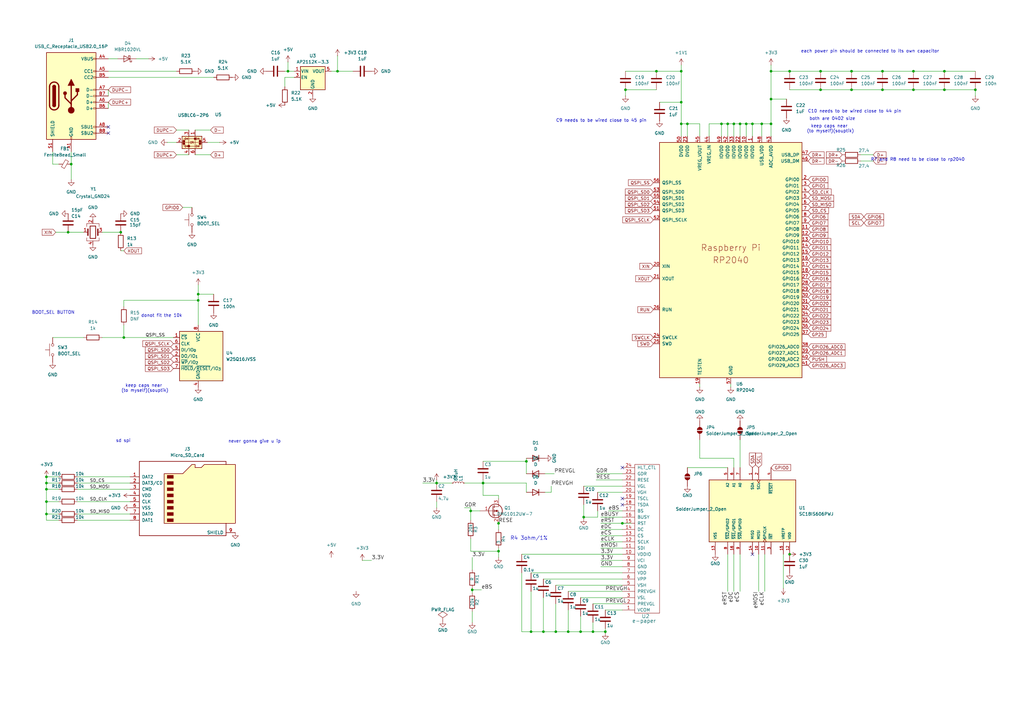
<source format=kicad_sch>
(kicad_sch (version 20250114) (generator "eeschema") (generator_version "9.0")
  (paper "A3")
  (title_block (title "HACKDUCKY BY SOUPTIK ") (date "2025-04-06") (rev "V2"))
  (lib_symbols
    (symbol "C_14" (pin_numbers (hide yes)) (pin_names (offset 0.254))
      (property "Reference" "C" (at 0.635 2.54 0))
      (property "Value" "C" (at 0.635 -2.54 0))
      (symbol "C_14_1_1"
        (pin passive line (at 0 3.81 270) (length 2.794) (name "~") (number "1"))
        (pin passive line (at 0 -3.81 90) (length 2.794) (name "~") (number "2"))
      )
    )
    (symbol "C_15" (pin_numbers (hide yes)) (pin_names (offset 0.254))
      (property "Reference" "C" (at 0.635 2.54 0))
      (property "Value" "C" (at 0.635 -2.54 0))
      (symbol "C_15_1_1"
        (pin passive line (at 0 3.81 270) (length 2.794) (name "~") (number "1"))
        (pin passive line (at 0 -3.81 90) (length 2.794) (name "~") (number "2"))
      )
    )
    (symbol "C_16" (pin_numbers (hide yes)) (pin_names (offset 0.254))
      (property "Reference" "C" (at 0.635 2.54 0))
      (property "Value" "C" (at 0.635 -2.54 0))
      (symbol "C_16_1_1"
        (pin passive line (at 0 3.81 270) (length 2.794) (name "~") (number "1"))
        (pin passive line (at 0 -3.81 90) (length 2.794) (name "~") (number "2"))
      )
    )
    (symbol "C_17" (pin_numbers (hide yes)) (pin_names (offset 0.254))
      (property "Reference" "C" (at 0.635 2.54 0))
      (property "Value" "C" (at 0.635 -2.54 0))
      (symbol "C_17_1_1"
        (pin passive line (at 0 3.81 270) (length 2.794) (name "~") (number "1"))
        (pin passive line (at 0 -3.81 90) (length 2.794) (name "~") (number "2"))
      )
    )
    (symbol "C_18" (pin_numbers (hide yes)) (pin_names (offset 0.254))
      (property "Reference" "C" (at 0.635 2.54 0))
      (property "Value" "C" (at 0.635 -2.54 0))
      (symbol "C_18_1_1"
        (pin passive line (at 0 3.81 270) (length 2.794) (name "~") (number "1"))
        (pin passive line (at 0 -3.81 90) (length 2.794) (name "~") (number "2"))
      )
    )
    (symbol "C_19" (pin_numbers (hide yes)) (pin_names (offset 0.254))
      (property "Reference" "C" (at 0.635 2.54 0))
      (property "Value" "C" (at 0.635 -2.54 0))
      (symbol "C_19_1_1"
        (pin passive line (at 0 3.81 270) (length 2.794) (name "~") (number "1"))
        (pin passive line (at 0 -3.81 90) (length 2.794) (name "~") (number "2"))
      )
    )
    (symbol "C_20" (pin_numbers (hide yes)) (pin_names (offset 0.254))
      (property "Reference" "C" (at 0.635 2.54 0))
      (property "Value" "C" (at 0.635 -2.54 0))
      (symbol "C_20_1_1"
        (pin passive line (at 0 3.81 270) (length 2.794) (name "~") (number "1"))
        (pin passive line (at 0 -3.81 90) (length 2.794) (name "~") (number "2"))
      )
    )
    (symbol "C_21" (pin_numbers (hide yes)) (pin_names (offset 0.254))
      (property "Reference" "C" (at 0.635 2.54 0))
      (property "Value" "C" (at 0.635 -2.54 0))
      (symbol "C_21_1_1"
        (pin passive line (at 0 3.81 270) (length 2.794) (name "~") (number "1"))
        (pin passive line (at 0 -3.81 90) (length 2.794) (name "~") (number "2"))
      )
    )
    (symbol "C_22" (pin_numbers (hide yes)) (pin_names (offset 0.254))
      (property "Reference" "C" (at 0.635 2.54 0))
      (property "Value" "C" (at 0.635 -2.54 0))
      (symbol "C_22_1_1"
        (pin passive line (at 0 3.81 270) (length 2.794) (name "~") (number "1"))
        (pin passive line (at 0 -3.81 90) (length 2.794) (name "~") (number "2"))
      )
    )
    (symbol "C_23" (pin_numbers (hide yes)) (pin_names (offset 0.254))
      (property "Reference" "C" (at 0.635 2.54 0))
      (property "Value" "C" (at 0.635 -2.54 0))
      (symbol "C_23_1_1"
        (pin passive line (at 0 3.81 270) (length 2.794) (name "~") (number "1"))
        (pin passive line (at 0 -3.81 90) (length 2.794) (name "~") (number "2"))
      )
    )
    (symbol "C_24" (pin_numbers (hide yes)) (pin_names (offset 0.254))
      (property "Reference" "C" (at 0.635 2.54 0))
      (property "Value" "C" (at 0.635 -2.54 0))
      (symbol "C_24_1_1"
        (pin passive line (at 0 3.81 270) (length 2.794) (name "~") (number "1"))
        (pin passive line (at 0 -3.81 90) (length 2.794) (name "~") (number "2"))
      )
    )
    (symbol "C_26" (pin_numbers (hide yes)) (pin_names (offset 0.254))
      (property "Reference" "C" (at 0.635 2.54 0))
      (property "Value" "C" (at 0.635 -2.54 0))
      (symbol "C_26_1_1"
        (pin passive line (at 0 3.81 270) (length 2.794) (name "~") (number "1"))
        (pin passive line (at 0 -3.81 90) (length 2.794) (name "~") (number "2"))
      )
    )
    (symbol "Connector:Micro_SD_Card" (pin_names (offset 1.016))
      (property "Reference" "J" (at -16.51 15.24 0))
      (property "Value" "Micro_SD_Card" (at 16.51 15.24 0))
      (symbol "Micro_SD_Card_1_1"
        (pin bidirectional line (at -22.86 7.62 0) (length 3.81) (name "DAT2") (number "1"))
        (pin bidirectional line (at -22.86 5.08 0) (length 3.81) (name "DAT3/CD") (number "2"))
        (pin input line (at -22.86 2.54 0) (length 3.81) (name "CMD") (number "3"))
        (pin power_in line (at -22.86 0 0) (length 3.81) (name "VDD") (number "4"))
        (pin input line (at -22.86 -2.54 0) (length 3.81) (name "CLK") (number "5"))
        (pin power_in line (at -22.86 -5.08 0) (length 3.81) (name "VSS") (number "6"))
        (pin bidirectional line (at -22.86 -7.62 0) (length 3.81) (name "DAT0") (number "7"))
        (pin bidirectional line (at -22.86 -10.16 0) (length 3.81) (name "DAT1") (number "8"))
        (pin passive line (at 20.32 -15.24 180) (length 3.81) (name "SHIELD") (number "9"))
      )
    )
    (symbol "Connector:USB_C_Receptacle_USB2.0_16P" (pin_names (offset 1.016))
      (property "Reference" "J" (at 0 22.225 0))
      (property "Value" "USB_C_Receptacle_USB2.0_16P" (at 0 19.685 0))
      (symbol "USB_C_Receptacle_USB2.0_16P_1_1"
        (pin passive line (at -7.62 -22.86 90) (length 5.08) (name "SHIELD") (number "S1"))
        (pin passive line (at 0 -22.86 90) (length 5.08) (name "GND") (number "A1"))
        (pin passive line (at 0 -22.86 90) (length 5.08) (hide yes) (name "GND") (number "A12"))
        (pin passive line (at 0 -22.86 90) (length 5.08) (hide yes) (name "GND") (number "B1"))
        (pin passive line (at 0 -22.86 90) (length 5.08) (hide yes) (name "GND") (number "B12"))
        (pin passive line (at 15.24 15.24 180) (length 5.08) (name "VBUS") (number "A4"))
        (pin passive line (at 15.24 15.24 180) (length 5.08) (hide yes) (name "VBUS") (number "A9"))
        (pin passive line (at 15.24 15.24 180) (length 5.08) (hide yes) (name "VBUS") (number "B4"))
        (pin passive line (at 15.24 15.24 180) (length 5.08) (hide yes) (name "VBUS") (number "B9"))
        (pin bidirectional line (at 15.24 10.16 180) (length 5.08) (name "CC1") (number "A5"))
        (pin bidirectional line (at 15.24 7.62 180) (length 5.08) (name "CC2") (number "B5"))
        (pin bidirectional line (at 15.24 2.54 180) (length 5.08) (name "D-") (number "A7"))
        (pin bidirectional line (at 15.24 0 180) (length 5.08) (name "D-") (number "B7"))
        (pin bidirectional line (at 15.24 -2.54 180) (length 5.08) (name "D+") (number "A6"))
        (pin bidirectional line (at 15.24 -5.08 180) (length 5.08) (name "D+") (number "B6"))
        (pin bidirectional line (at 15.24 -12.7 180) (length 5.08) (name "SBU1") (number "A8"))
        (pin bidirectional line (at 15.24 -15.24 180) (length 5.08) (name "SBU2") (number "B8"))
      )
    )
    (symbol "Device:C" (pin_numbers (hide yes)) (pin_names (offset 0.254))
      (property "Reference" "C" (at 0.635 2.54 0))
      (property "Value" "C" (at 0.635 -2.54 0))
      (symbol "C_1_1"
        (pin passive line (at 0 3.81 270) (length 2.794) (name "~") (number "1"))
        (pin passive line (at 0 -3.81 90) (length 2.794) (name "~") (number "2"))
      )
    )
    (symbol "Device:Crystal_GND24" (pin_names (offset 1.016) (hide yes))
      (property "Reference" "Y" (at 3.175 5.08 0))
      (property "Value" "Crystal_GND24" (at 3.175 3.175 0))
      (symbol "Crystal_GND24_1_1"
        (pin passive line (at -3.81 0 0) (length 1.27) (name "1") (number "1"))
        (pin passive line (at 0 5.08 270) (length 1.27) (name "2") (number "2"))
        (pin passive line (at 0 -5.08 90) (length 1.27) (name "4") (number "4"))
        (pin passive line (at 3.81 0 180) (length 1.27) (name "3") (number "3"))
      )
    )
    (symbol "Device:D" (pin_numbers (hide yes)) (pin_names (offset 1.016) (hide yes))
      (property "Reference" "D" (at 0 2.54 0))
      (property "Value" "D" (at 0 -2.54 0))
      (symbol "D_1_1"
        (pin passive line (at -3.81 0 0) (length 2.54) (name "K") (number "1"))
        (pin passive line (at 3.81 0 180) (length 2.54) (name "A") (number "2"))
      )
    )
    (symbol "Device:FerriteBead_Small" (pin_numbers (hide yes)) (pin_names (offset 0))
      (property "Reference" "FB" (at 1.905 1.27 0))
      (property "Value" "FerriteBead_Small" (at 1.905 -1.27 0))
      (symbol "FerriteBead_Small_1_1"
        (pin passive line (at 0 2.54 270) (length 1.27) (name "~") (number "1"))
        (pin passive line (at 0 -2.54 90) (length 1.27) (name "~") (number "2"))
      )
    )
    (symbol "Device:R" (pin_numbers (hide yes)) (pin_names (offset 0))
      (property "Reference" "R" (at 2.032 0 90))
      (property "Value" "R" (at 0 0 90))
      (symbol "R_1_1"
        (pin passive line (at 0 3.81 270) (length 1.27) (name "~") (number "1"))
        (pin passive line (at 0 -3.81 90) (length 1.27) (name "~") (number "2"))
      )
    )
    (symbol "Diode:MBR1020VL" (pin_numbers (hide yes)) (pin_names (hide yes))
      (property "Reference" "D" (at 0 2.54 0))
      (property "Value" "MBR1020VL" (at 0 -2.54 0))
      (symbol "MBR1020VL_1_1"
        (pin passive line (at -3.81 0 0) (length 2.54) (name "K") (number "1"))
        (pin passive line (at 3.81 0 180) (length 2.54) (name "A") (number "2"))
      )
    )
    (symbol "GND_13" (power) (pin_names (offset 0))
      (property "Value" "GND" (at 0 -3.81 0))
      (symbol "GND_13_1_1"
        (pin power_in line (at 0 0 270) (length 0) (hide yes) (name "GND") (number "1"))
      )
    )
    (symbol "GND_14" (power) (pin_names (offset 0))
      (property "Value" "GND" (at 0 -3.81 0))
      (symbol "GND_14_1_1"
        (pin power_in line (at 0 0 270) (length 0) (hide yes) (name "GND") (number "1"))
      )
    )
    (symbol "GND_15" (power) (pin_names (offset 0))
      (property "Value" "GND" (at 0 -3.81 0))
      (symbol "GND_15_1_1"
        (pin power_in line (at 0 0 270) (length 0) (hide yes) (name "GND") (number "1"))
      )
    )
    (symbol "GND_17" (power) (pin_names (offset 0))
      (property "Value" "GND" (at 0 -3.81 0))
      (symbol "GND_17_1_1"
        (pin power_in line (at 0 0 270) (length 0) (hide yes) (name "GND") (number "1"))
      )
    )
    (symbol "GND_18" (power) (pin_names (offset 0))
      (property "Value" "GND" (at 0 -3.81 0))
      (symbol "GND_18_1_1"
        (pin power_in line (at 0 0 270) (length 0) (hide yes) (name "GND") (number "1"))
      )
    )
    (symbol "GND_20" (power) (pin_names (offset 0))
      (property "Value" "GND" (at 0 -3.81 0))
      (symbol "GND_20_1_1"
        (pin power_in line (at 0 0 270) (length 0) (hide yes) (name "GND") (number "1"))
      )
    )
    (symbol "Jumper:SolderJumper_2_Open" (pin_numbers (hide yes)) (pin_names (offset 0) (hide yes)) (in_bom no)
      (property "Reference" "JP" (at 0 2.032 0))
      (property "Value" "SolderJumper_2_Open" (at 0 -2.54 0))
      (symbol "SolderJumper_2_Open_1_1"
        (pin passive line (at -3.81 0 0) (length 2.54) (name "A") (number "1"))
        (pin passive line (at 3.81 0 180) (length 2.54) (name "B") (number "2"))
      )
    )
    (symbol "L_Small_2" (pin_numbers (hide yes)) (pin_names (offset 0.254) (hide yes))
      (property "Reference" "L" (at 0.762 1.016 0))
      (property "Value" "L_Small" (at 0.762 -1.016 0))
      (symbol "L_Small_2_1_1"
        (pin passive line (at 0 2.54 270) (length 0.508) (name "~") (number "1"))
        (pin passive line (at 0 -2.54 90) (length 0.508) (name "~") (number "2"))
      )
    )
    (symbol "MCU_RaspberryPi_and_Boards:RP2040" (pin_names (offset 1.016))
      (property "Reference" "U" (at -29.21 49.53 0))
      (property "Value" "RP2040" (at 24.13 -49.53 0))
      (symbol "RP2040_0_0"
        (text "Raspberry Pi" (at 0 5.08 0) (effects (font (size 2.54 2.54))))
        (text "RP2040" (at 0 0 0) (effects (font (size 2.54 2.54))))
      )
      (symbol "RP2040_1_1"
        (pin bidirectional line (at -31.75 31.75 0) (length 2.54) (name "QSPI_SS") (number "56"))
        (pin bidirectional line (at -31.75 27.94 0) (length 2.54) (name "QSPI_SD0") (number "53"))
        (pin bidirectional line (at -31.75 25.4 0) (length 2.54) (name "QSPI_SD1") (number "55"))
        (pin bidirectional line (at -31.75 22.86 0) (length 2.54) (name "QSPI_SD2") (number "54"))
        (pin bidirectional line (at -31.75 20.32 0) (length 2.54) (name "QSPI_SD3") (number "51"))
        (pin output line (at -31.75 16.51 0) (length 2.54) (name "QSPI_SCLK") (number "52"))
        (pin input line (at -31.75 -2.54 0) (length 2.54) (name "XIN") (number "20"))
        (pin passive line (at -31.75 -7.62 0) (length 2.54) (name "XOUT") (number "21"))
        (pin input line (at -31.75 -20.32 0) (length 2.54) (name "RUN") (number "26"))
        (pin output line (at -31.75 -31.75 0) (length 2.54) (name "SWCLK") (number "24"))
        (pin bidirectional line (at -31.75 -34.29 0) (length 2.54) (name "SWD") (number "25"))
        (pin power_in line (at -20.32 50.8 270) (length 2.54) (name "DVDD") (number "50"))
        (pin power_in line (at -17.78 50.8 270) (length 2.54) (name "DVDD") (number "23"))
        (pin power_out line (at -12.7 50.8 270) (length 2.54) (name "VREG_VOUT") (number "45"))
        (pin passive line (at -12.7 -50.8 90) (length 2.54) (name "TESTEN") (number "19"))
        (pin power_in line (at -8.89 50.8 270) (length 2.54) (name "VREG_IN") (number "44"))
        (pin power_in line (at -3.81 50.8 270) (length 2.54) (name "IOVDD") (number "49"))
        (pin power_in line (at -1.27 50.8 270) (length 2.54) (name "IOVDD") (number "42"))
        (pin power_in line (at 0 -50.8 90) (length 2.54) (name "GND") (number "57"))
        (pin power_in line (at 1.27 50.8 270) (length 2.54) (name "IOVDD") (number "33"))
        (pin power_in line (at 3.81 50.8 270) (length 2.54) (name "IOVDD") (number "22"))
        (pin power_in line (at 6.35 50.8 270) (length 2.54) (name "IOVDD") (number "10"))
        (pin power_in line (at 8.89 50.8 270) (length 2.54) (name "IOVDD") (number "1"))
        (pin power_in line (at 12.7 50.8 270) (length 2.54) (name "USB_VDD") (number "48"))
        (pin power_in line (at 16.51 50.8 270) (length 2.54) (name "ADC_AVDD") (number "43"))
        (pin bidirectional line (at 31.75 43.18 180) (length 2.54) (name "USB_DP") (number "47"))
        (pin bidirectional line (at 31.75 40.64 180) (length 2.54) (name "USB_DM") (number "46"))
        (pin bidirectional line (at 31.75 33.02 180) (length 2.54) (name "GPIO0") (number "2"))
        (pin bidirectional line (at 31.75 30.48 180) (length 2.54) (name "GPIO1") (number "3"))
        (pin bidirectional line (at 31.75 27.94 180) (length 2.54) (name "GPIO2") (number "4"))
        (pin bidirectional line (at 31.75 25.4 180) (length 2.54) (name "GPIO3") (number "5"))
        (pin bidirectional line (at 31.75 22.86 180) (length 2.54) (name "GPIO4") (number "6"))
        (pin bidirectional line (at 31.75 20.32 180) (length 2.54) (name "GPIO5") (number "7"))
        (pin bidirectional line (at 31.75 17.78 180) (length 2.54) (name "GPIO6") (number "8"))
        (pin bidirectional line (at 31.75 15.24 180) (length 2.54) (name "GPIO7") (number "9"))
        (pin bidirectional line (at 31.75 12.7 180) (length 2.54) (name "GPIO8") (number "11"))
        (pin bidirectional line (at 31.75 10.16 180) (length 2.54) (name "GPIO9") (number "12"))
        (pin bidirectional line (at 31.75 7.62 180) (length 2.54) (name "GPIO10") (number "13"))
        (pin bidirectional line (at 31.75 5.08 180) (length 2.54) (name "GPIO11") (number "14"))
        (pin bidirectional line (at 31.75 2.54 180) (length 2.54) (name "GPIO12") (number "15"))
        (pin bidirectional line (at 31.75 0 180) (length 2.54) (name "GPIO13") (number "16"))
        (pin bidirectional line (at 31.75 -2.54 180) (length 2.54) (name "GPIO14") (number "17"))
        (pin bidirectional line (at 31.75 -5.08 180) (length 2.54) (name "GPIO15") (number "18"))
        (pin bidirectional line (at 31.75 -7.62 180) (length 2.54) (name "GPIO16") (number "27"))
        (pin bidirectional line (at 31.75 -10.16 180) (length 2.54) (name "GPIO17") (number "28"))
        (pin bidirectional line (at 31.75 -12.7 180) (length 2.54) (name "GPIO18") (number "29"))
        (pin bidirectional line (at 31.75 -15.24 180) (length 2.54) (name "GPIO19") (number "30"))
        (pin bidirectional line (at 31.75 -17.78 180) (length 2.54) (name "GPIO20") (number "31"))
        (pin bidirectional line (at 31.75 -20.32 180) (length 2.54) (name "GPIO21") (number "32"))
        (pin bidirectional line (at 31.75 -22.86 180) (length 2.54) (name "GPIO22") (number "34"))
        (pin bidirectional line (at 31.75 -25.4 180) (length 2.54) (name "GPIO23") (number "35"))
        (pin bidirectional line (at 31.75 -27.94 180) (length 2.54) (name "GPIO24") (number "36"))
        (pin bidirectional line (at 31.75 -30.48 180) (length 2.54) (name "GPIO25") (number "37"))
        (pin bidirectional line (at 31.75 -35.56 180) (length 2.54) (name "GPIO26_ADC0") (number "38"))
        (pin bidirectional line (at 31.75 -38.1 180) (length 2.54) (name "GPIO27_ADC1") (number "39"))
        (pin bidirectional line (at 31.75 -40.64 180) (length 2.54) (name "GPIO28_ADC2") (number "40"))
        (pin bidirectional line (at 31.75 -43.18 180) (length 2.54) (name "GPIO29_ADC3") (number "41"))
      )
    )
    (symbol "Memory_Flash:W25Q16JVSS"
      (property "Reference" "U" (at -6.35 11.43 0))
      (property "Value" "W25Q16JVSS" (at 7.62 11.43 0))
      (symbol "W25Q16JVSS_1_1"
        (pin input line (at -10.16 7.62 0) (length 2.54) (name "~{CS}") (number "1"))
        (pin input line (at -10.16 5.08 0) (length 2.54) (name "CLK") (number "6"))
        (pin bidirectional line (at -10.16 2.54 0) (length 2.54) (name "DI/IO_{0}") (number "5"))
        (pin bidirectional line (at -10.16 0 0) (length 2.54) (name "DO/IO_{1}") (number "2"))
        (pin bidirectional line (at -10.16 -2.54 0) (length 2.54) (name "~{WP}/IO_{2}") (number "3"))
        (pin bidirectional line (at -10.16 -5.08 0) (length 2.54) (name "~{HOLD}/~{RESET}/IO_{3}") (number "7"))
        (pin power_in line (at 0 12.7 270) (length 2.54) (name "VCC") (number "8"))
        (pin power_in line (at 0 -12.7 90) (length 2.54) (name "GND") (number "4"))
      )
    )
    (symbol "PWR_FLAG_2" (power) (pin_numbers (hide yes)) (pin_names (offset 0) (hide yes))
      (property "Value" "PWR_FLAG" (at 0 4.572 0))
      (symbol "PWR_FLAG_2_0_0"
        (pin power_out line (at 0 0 90) (length 0) (name "pwr") (number "1"))
      )
    )
    (symbol "Power_Protection:USBLC6-2P6" (pin_names (hide yes))
      (property "Reference" "U" (at 0.635 5.715 0))
      (property "Value" "USBLC6-2P6" (at 0.635 3.81 0))
      (symbol "USBLC6-2P6_1_1"
        (pin passive line (at -5.08 0 0) (length 2.54) (name "I/O1") (number "1"))
        (pin passive line (at -5.08 -2.54 0) (length 2.54) (name "I/O2") (number "3"))
        (pin passive line (at 0 5.08 270) (length 2.54) (name "VBUS") (number "5"))
        (pin passive line (at 0 -7.62 90) (length 2.54) (name "GND") (number "2"))
        (pin passive line (at 5.08 0 180) (length 2.54) (name "I/O1") (number "6"))
        (pin passive line (at 5.08 -2.54 180) (length 2.54) (name "I/O2") (number "4"))
      )
    )
    (symbol "Q_NMOS_GSD_2" (pin_names (offset 0) (hide yes))
      (property "Reference" "Q" (at 7.62 1.27 0))
      (property "Value" "Q_NMOS_GSD" (at 16.51 -1.27 0))
      (symbol "Q_NMOS_GSD_2_1_1"
        (pin input line (at -5.08 0 0) (length 5.334) (name "G") (number "1"))
        (pin passive line (at 2.54 5.08 270) (length 2.54) (name "D") (number "3"))
        (pin passive line (at 2.54 -5.08 90) (length 2.54) (name "S") (number "2"))
      )
    )
    (symbol "R_17" (pin_numbers (hide yes)) (pin_names (offset 0))
      (property "Reference" "R" (at 2.032 0 90))
      (property "Value" "R" (at 0 0 90))
      (symbol "R_17_1_1"
        (pin passive line (at 0 3.81 270) (length 1.27) (name "~") (number "1"))
        (pin passive line (at 0 -3.81 90) (length 1.27) (name "~") (number "2"))
      )
    )
    (symbol "R_18" (pin_numbers (hide yes)) (pin_names (offset 0))
      (property "Reference" "R" (at 2.032 0 90))
      (property "Value" "R" (at 0 0 90))
      (symbol "R_18_1_1"
        (pin passive line (at 0 3.81 270) (length 1.27) (name "~") (number "1"))
        (pin passive line (at 0 -3.81 90) (length 1.27) (name "~") (number "2"))
      )
    )
    (symbol "R_19" (pin_numbers (hide yes)) (pin_names (offset 0))
      (property "Reference" "R" (at 2.032 0 90))
      (property "Value" "R" (at 0 0 90))
      (symbol "R_19_1_1"
        (pin passive line (at 0 3.81 270) (length 1.27) (name "~") (number "1"))
        (pin passive line (at 0 -3.81 90) (length 1.27) (name "~") (number "2"))
      )
    )
    (symbol "R_20" (pin_numbers (hide yes)) (pin_names (offset 0))
      (property "Reference" "R" (at 2.032 0 90))
      (property "Value" "R" (at 0 0 90))
      (symbol "R_20_1_1"
        (pin passive line (at 0 3.81 270) (length 1.27) (name "~") (number "1"))
        (pin passive line (at 0 -3.81 90) (length 1.27) (name "~") (number "2"))
      )
    )
    (symbol "Regulator_Linear:AP2112K-3.3" (pin_names (offset 0.254))
      (property "Reference" "U" (at -5.08 5.715 0))
      (property "Value" "AP2112K-3.3" (at 0 5.715 0))
      (symbol "AP2112K-3.3_1_1"
        (pin power_in line (at -7.62 2.54 0) (length 2.54) (name "VIN") (number "1"))
        (pin input line (at -7.62 0 0) (length 2.54) (name "EN") (number "3"))
        (pin power_in line (at 0 -7.62 90) (length 2.54) (name "GND") (number "2"))
        (pin no_connect line (at 5.08 0 180) (length 2.54) (hide yes) (name "NC") (number "4"))
        (pin power_out line (at 7.62 2.54 180) (length 2.54) (name "VOUT") (number "5"))
      )
    )
    (symbol "SC18IS606PWJ:SC18IS606PWJ" (pin_names (offset 1.016))
      (property "Reference" "U" (at -12.7039 19.0579 0))
      (property "Value" "SC18IS606PWJ" (at -12.7014 -20.3227 0))
      (symbol "SC18IS606PWJ_0_0"
        (pin input line (at -17.78 7.62 0) (length 5.08) (name "~{RESET}") (number "4"))
        (pin input clock (at -17.78 2.54 0) (length 5.08) (name "SCL") (number "2"))
        (pin bidirectional line (at -17.78 0 0) (length 5.08) (name "SDA") (number "1"))
        (pin input line (at -17.78 -5.08 0) (length 5.08) (name "A0") (number "7"))
        (pin input line (at -17.78 -7.62 0) (length 5.08) (name "A1") (number "6"))
        (pin input line (at -17.78 -10.16 0) (length 5.08) (name "A2") (number "5"))
        (pin power_in line (at 17.78 15.24 180) (length 5.08) (name "VDD") (number "12"))
        (pin power_in line (at 17.78 12.7 180) (length 5.08) (name "VREFP") (number "15"))
        (pin output line (at 17.78 7.62 180) (length 5.08) (name "~{INT}") (number "3"))
        (pin output clock (at 17.78 5.08 180) (length 5.08) (name "SPICLK") (number "11"))
        (pin output line (at 17.78 2.54 180) (length 5.08) (name "MOSI") (number "10"))
        (pin input line (at 17.78 0 180) (length 5.08) (name "MISO") (number "14"))
        (pin bidirectional line (at 17.78 -5.08 180) (length 5.08) (name "~{SS0}/GPIO0") (number "9"))
        (pin bidirectional line (at 17.78 -7.62 180) (length 5.08) (name "~{SS1}/GPIO1") (number "16"))
        (pin bidirectional line (at 17.78 -10.16 180) (length 5.08) (name "~{SS2}/GPIO2") (number "8"))
        (pin power_in line (at 17.78 -15.24 180) (length 5.08) (name "VSS") (number "13"))
      )
    )
    (symbol "Switch:SW_Push" (pin_numbers (hide yes)) (pin_names (offset 1.016) (hide yes))
      (property "Reference" "SW" (at 1.27 2.54 0))
      (property "Value" "SW_Push" (at 0 -1.524 0))
      (symbol "SW_Push_0_1"
        (pin passive line (at -5.08 0 0) (length 2.54) (name "1") (number "1"))
        (pin passive line (at 5.08 0 180) (length 2.54) (name "2") (number "2"))
      )
    )
    (symbol "e-paper:e-paper" (pin_names (offset 1.016))
      (property "Reference" "U" (at -10.16 1.27 0))
      (property "Value" "e-paper" (at -11.43 3.81 0))
      (symbol "e-paper_1_1"
        (pin input line (at -5.08 60.96 0) (length 5.08) (name "HLT_CTL") (number "24"))
        (pin input line (at -5.08 58.42 0) (length 5.08) (name "GDR") (number "23"))
        (pin input line (at -5.08 55.88 0) (length 5.08) (name "RESE") (number "22"))
        (pin input line (at -5.08 53.34 0) (length 5.08) (name "VGL") (number "21"))
        (pin input line (at -5.08 50.8 0) (length 5.08) (name "VGH") (number "20"))
        (pin input line (at -5.08 48.26 0) (length 5.08) (name "TSCL") (number "19"))
        (pin input line (at -5.08 45.72 0) (length 5.08) (name "TSDA") (number "18"))
        (pin input line (at -5.08 43.18 0) (length 5.08) (name "BS") (number "17"))
        (pin input line (at -5.08 40.64 0) (length 5.08) (name "BUSY") (number "16"))
        (pin input line (at -5.08 38.1 0) (length 5.08) (name "RST") (number "15"))
        (pin input line (at -5.08 35.56 0) (length 5.08) (name "DC") (number "14"))
        (pin input line (at -5.08 33.02 0) (length 5.08) (name "CS") (number "13"))
        (pin input line (at -5.08 30.48 0) (length 5.08) (name "SCLK") (number "12"))
        (pin input line (at -5.08 27.94 0) (length 5.08) (name "SDI") (number "11"))
        (pin input line (at -5.08 25.4 0) (length 5.08) (name "VDDIO") (number "10"))
        (pin input line (at -5.08 22.86 0) (length 5.08) (name "VCI") (number "9"))
        (pin input line (at -5.08 20.32 0) (length 5.08) (name "GND") (number "8"))
        (pin input line (at -5.08 17.78 0) (length 5.08) (name "VDD") (number "7"))
        (pin input line (at -5.08 15.24 0) (length 5.08) (name "VPP") (number "6"))
        (pin input line (at -5.08 12.7 0) (length 5.08) (name "VSH") (number "5"))
        (pin input line (at -5.08 10.16 0) (length 5.08) (name "PREVGH") (number "4"))
        (pin input line (at -5.08 7.62 0) (length 5.08) (name "VSL") (number "3"))
        (pin input line (at -5.08 5.08 0) (length 5.08) (name "PREVGL") (number "2"))
        (pin input line (at -5.08 2.54 0) (length 5.08) (name "VCOM") (number "1"))
      )
    )
    (symbol "power:+1V1" (power) (pin_numbers (hide yes)) (pin_names (offset 0) (hide yes))
      (property "Value" "+1V1" (at 0 3.556 0))
      (symbol "+1V1_1_1"
        (pin power_in line (at 0 0 90) (length 0) (name "~") (number "1"))
      )
    )
    (symbol "power:+3V3" (power) (pin_numbers (hide yes)) (pin_names (offset 0) (hide yes))
      (property "Value" "+3V3" (at 0 3.556 0))
      (symbol "+3V3_1_1"
        (pin power_in line (at 0 0 90) (length 0) (name "~") (number "1"))
      )
    )
    (symbol "power:+5V" (power) (pin_numbers (hide yes)) (pin_names (offset 0) (hide yes))
      (property "Value" "+5V" (at 0 3.556 0))
      (symbol "+5V_1_1"
        (pin power_in line (at 0 0 90) (length 0) (name "~") (number "1"))
      )
    )
    (symbol "power:GND" (power) (pin_numbers (hide yes)) (pin_names (offset 0) (hide yes))
      (property "Value" "GND" (at 0 -3.81 0))
      (symbol "GND_1_1"
        (pin power_in line (at 0 0 270) (length 0) (name "~") (number "1"))
      )
    )
  )
  (text "sd spi \n" (at 51.054 180.848 0) (effects (font (size 1.27 1.27))))
  (text "never gonna give u ip\n" (at 104.394 181.102 0) (effects (font (size 1.27 1.27))))
  (text "donot fit the 10k \n" (at 66.802 129.54 0) (effects (font (size 1.27 1.27))))
  (text "BOOT_SEL BUTTON\n" (at 21.844 128.27 0) (effects (font (size 1.27 1.27))))
  (text "C9 needs to be wired close to 45 pin" (at 246.634 49.53 0) (effects (font (size 1.27 1.27))))
  (text "each power pin should be connected to its own capacitor" (at 356.87 21.082 0) (effects (font (size 1.27 1.27))))
  (text "keep caps near \n(to myself)(souptik)\n" (at 59.436 159.258 0) (effects (font (size 1.27 1.27))))
  (text "C10 needs to be wired close to 44 pin" (at 350.52 45.72 0) (effects (font (size 1.27 1.27))))
  (text "keep caps near \n(to myself)(souptik)\n" (at 340.614 52.832 0) (effects (font (size 1.27 1.27))))
  (text "R4 3ohm/1%" (at 209.296 221.742 0) (effects (font (size 1.524 1.524)) (justify left bottom)))
  (text "both are 0402 size" (at 341.376 48.768 0) (effects (font (size 1.27 1.27))))
  (text "R7 and R8 need to be close to rp2040" (at 376.428 65.532 0) (effects (font (size 1.27 1.27))))
  (junction (at 295.91 50.8))
  (junction (at 198.12 198.12))
  (junction (at 138.43 29.21))
  (junction (at 256.54 36.83))
  (junction (at 306.07 50.8))
  (junction (at 50.8 138.43))
  (junction (at 316.23 40.64))
  (junction (at 49.53 95.25))
  (junction (at 238.125 259.08))
  (junction (at 349.25 36.83))
  (junction (at 300.99 50.8))
  (junction (at 81.28 120.65))
  (junction (at 298.45 50.8))
  (junction (at 248.285 259.08))
  (junction (at 81.28 123.19))
  (junction (at 217.805 259.08))
  (junction (at 361.95 29.21))
  (junction (at 303.53 50.8))
  (junction (at 387.35 36.83))
  (junction (at 308.61 50.8))
  (junction (at 215.9 189.23))
  (junction (at 233.045 259.08))
  (junction (at 312.42 50.8))
  (junction (at 279.4 50.8))
  (junction (at 361.95 36.83))
  (junction (at 239.395 212.09))
  (junction (at 222.885 259.08))
  (junction (at 19.05 195.58))
  (junction (at 323.85 227.33))
  (junction (at 193.04 209.55))
  (junction (at 400.05 36.83))
  (junction (at 269.24 29.21))
  (junction (at 193.675 241.935))
  (junction (at 204.47 214.63))
  (junction (at 336.55 36.83))
  (junction (at 374.65 29.21))
  (junction (at 19.05 200.66))
  (junction (at 19.05 210.82))
  (junction (at 279.4 41.91))
  (junction (at 19.05 198.12))
  (junction (at 316.23 29.21))
  (junction (at 374.65 36.83))
  (junction (at 27.94 95.25))
  (junction (at 281.94 50.8))
  (junction (at 255.27 214.63))
  (junction (at 323.85 29.21))
  (junction (at 227.965 259.08))
  (junction (at 349.25 29.21))
  (junction (at 243.205 259.08))
  (junction (at 29.21 67.31))
  (junction (at 316.23 50.8))
  (junction (at 118.11 29.21))
  (junction (at 19.05 205.74))
  (junction (at 279.4 29.21))
  (junction (at 204.47 226.06))
  (junction (at 387.35 29.21))
  (junction (at 179.07 198.12))
  (junction (at 336.55 29.21))
  (no_connect (at 255.27 207.01))
  (no_connect (at 255.27 204.47))
  (no_connect (at 44.45 54.61))
  (no_connect (at 44.45 52.07))
  (no_connect (at 308.61 227.33))
  (no_connect (at 255.27 191.77))
  (wire (pts (xy 300.99 242.57) (xy 300.99 227.33)))
  (wire (pts (xy 227.965 240.03) (xy 255.27 240.03)))
  (wire (pts (xy 316.23 29.21) (xy 316.23 40.64)))
  (wire (pts (xy 173.355 198.12) (xy 179.07 198.12)))
  (wire (pts (xy 255.27 214.63) (xy 258.8772 214.63)))
  (wire (pts (xy 120.65 31.75) (xy 116.84 31.75)))
  (wire (pts (xy 31.75 210.82) (xy 53.34 210.82)))
  (wire (pts (xy 193.675 241.935) (xy 193.675 243.205)))
  (wire (pts (xy 204.47 226.06) (xy 204.47 228.6)))
  (wire (pts (xy 255.27 196.85) (xy 244.475 196.85)))
  (wire (pts (xy 361.95 36.83) (xy 374.65 36.83)))
  (wire (pts (xy 193.675 241.935) (xy 197.485 241.935)))
  (wire (pts (xy 152.4 229.87) (xy 148.59 229.87)))
  (wire (pts (xy 300.99 191.77) (xy 300.99 187.96)))
  (wire (pts (xy 50.8 133.35) (xy 50.8 138.43)))
  (wire (pts (xy 255.27 237.49) (xy 222.885 237.49)))
  (wire (pts (xy 44.45 24.13) (xy 48.26 24.13)))
  (wire (pts (xy 193.04 226.06) (xy 204.47 226.06)))
  (wire (pts (xy 193.04 208.28) (xy 193.04 209.55)))
  (wire (pts (xy 281.94 50.8) (xy 279.4 50.8)))
  (wire (pts (xy 255.27 224.79) (xy 246.38 224.79)))
  (wire (pts (xy 303.53 50.8) (xy 306.07 50.8)))
  (wire (pts (xy 270.51 41.91) (xy 279.4 41.91)))
  (wire (pts (xy 193.04 209.55) (xy 193.04 213.36)))
  (wire (pts (xy 223.52 194.31) (xy 227.33 194.31)))
  (wire (pts (xy 303.53 242.57) (xy 303.53 227.33)))
  (wire (pts (xy 19.05 195.58) (xy 19.05 198.12)))
  (wire (pts (xy 287.02 158.75) (xy 287.02 157.48)))
  (wire (pts (xy 303.53 55.88) (xy 303.53 50.8)))
  (wire (pts (xy 256.54 29.21) (xy 269.24 29.21)))
  (wire (pts (xy 227.965 259.08) (xy 233.045 259.08)))
  (wire (pts (xy 50.8 138.43) (xy 71.12 138.43)))
  (wire (pts (xy 31.75 213.36) (xy 53.34 213.36)))
  (wire (pts (xy 193.675 241.3) (xy 193.675 241.935)))
  (wire (pts (xy 353.06 66.04) (xy 358.14 66.04)))
  (wire (pts (xy 196.85 209.55) (xy 193.04 209.55)))
  (wire (pts (xy 349.25 29.21) (xy 361.95 29.21)))
  (wire (pts (xy 179.07 198.12) (xy 185.42 198.12)))
  (wire (pts (xy 387.35 36.83) (xy 400.05 36.83)))
  (wire (pts (xy 238.125 259.08) (xy 238.125 252.73)))
  (wire (pts (xy 255.27 229.87) (xy 246.38 229.87)))
  (wire (pts (xy 316.23 26.67) (xy 316.23 29.21)))
  (wire (pts (xy 279.4 50.8) (xy 279.4 55.88)))
  (wire (pts (xy 198.12 198.12) (xy 190.5 198.12)))
  (wire (pts (xy 233.045 259.08) (xy 238.125 259.08)))
  (wire (pts (xy 116.84 31.75) (xy 116.84 35.56)))
  (wire (pts (xy 53.34 195.58) (xy 31.75 195.58)))
  (wire (pts (xy 27.94 95.25) (xy 34.29 95.25)))
  (wire (pts (xy 239.395 207.01) (xy 239.395 212.09)))
  (wire (pts (xy 255.27 245.11) (xy 238.125 245.11)))
  (wire (pts (xy 281.94 50.8) (xy 281.94 55.88)))
  (wire (pts (xy 19.05 195.58) (xy 24.13 195.58)))
  (wire (pts (xy 238.125 259.08) (xy 243.205 259.08)))
  (wire (pts (xy 222.885 245.11) (xy 222.885 259.08)))
  (wire (pts (xy 215.9 189.23) (xy 215.9 187.96)))
  (wire (pts (xy 215.9 194.31) (xy 215.9 189.23)))
  (wire (pts (xy 374.65 29.21) (xy 387.35 29.21)))
  (wire (pts (xy 245.11 212.09) (xy 239.395 212.09)))
  (wire (pts (xy 298.45 242.57) (xy 298.45 227.33)))
  (wire (pts (xy 227.965 247.65) (xy 227.965 259.08)))
  (wire (pts (xy 31.75 205.74) (xy 53.34 205.74)))
  (wire (pts (xy 193.675 233.68) (xy 193.675 228.6)))
  (wire (pts (xy 19.05 198.12) (xy 19.05 200.66)))
  (wire (pts (xy 193.04 226.06) (xy 193.04 220.98)))
  (wire (pts (xy 118.11 25.4) (xy 118.11 29.21)))
  (wire (pts (xy 239.395 212.09) (xy 239.395 212.725)))
  (wire (pts (xy 248.285 257.81) (xy 248.285 259.08)))
  (wire (pts (xy 22.86 95.25) (xy 27.94 95.25)))
  (wire (pts (xy 217.805 259.08) (xy 222.885 259.08)))
  (wire (pts (xy 298.45 50.8) (xy 298.45 55.88)))
  (wire (pts (xy 313.69 242.57) (xy 313.69 227.33)))
  (wire (pts (xy 24.13 210.82) (xy 19.05 210.82)))
  (wire (pts (xy 41.91 138.43) (xy 50.8 138.43)))
  (wire (pts (xy 19.05 200.66) (xy 19.05 205.74)))
  (wire (pts (xy 299.72 158.75) (xy 299.72 157.48)))
  (wire (pts (xy 290.83 50.8) (xy 295.91 50.8)))
  (wire (pts (xy 204.47 203.2) (xy 198.12 203.2)))
  (wire (pts (xy 21.59 67.31) (xy 24.13 67.31)))
  (wire (pts (xy 50.8 123.19) (xy 81.28 123.19)))
  (wire (pts (xy 204.47 203.2) (xy 204.47 204.47)))
  (wire (pts (xy 68.58 58.42) (xy 72.39 58.42)))
  (wire (pts (xy 213.995 259.08) (xy 217.805 259.08)))
  (wire (pts (xy 215.9 198.12) (xy 198.12 198.12)))
  (wire (pts (xy 374.65 36.83) (xy 387.35 36.83)))
  (wire (pts (xy 31.75 200.66) (xy 53.34 200.66)))
  (wire (pts (xy 287.02 187.96) (xy 300.99 187.96)))
  (wire (pts (xy 179.07 208.28) (xy 179.07 205.74)))
  (wire (pts (xy 41.91 95.25) (xy 49.53 95.25)))
  (wire (pts (xy 255.27 222.25) (xy 246.38 222.25)))
  (wire (pts (xy 86.36 53.34) (xy 80.01 53.34)))
  (wire (pts (xy 44.45 29.21) (xy 72.39 29.21)))
  (wire (pts (xy 256.54 39.37) (xy 256.54 36.83)))
  (wire (pts (xy 255.27 219.71) (xy 246.38 219.71)))
  (wire (pts (xy 223.52 201.93) (xy 226.06 201.93)))
  (wire (pts (xy 255.27 242.57) (xy 233.045 242.57)))
  (wire (pts (xy 255.27 209.55) (xy 249.555 209.55)))
  (wire (pts (xy 336.55 29.21) (xy 349.25 29.21)))
  (wire (pts (xy 19.05 210.82) (xy 19.05 213.36)))
  (wire (pts (xy 290.83 55.88) (xy 290.83 50.8)))
  (wire (pts (xy 204.47 214.63) (xy 204.47 217.17)))
  (wire (pts (xy 255.27 234.95) (xy 217.805 234.95)))
  (wire (pts (xy 198.12 189.23) (xy 215.9 189.23)))
  (wire (pts (xy 306.07 55.88) (xy 306.07 50.8)))
  (wire (pts (xy 245.11 209.55) (xy 245.11 212.09)))
  (wire (pts (xy 300.99 50.8) (xy 300.99 55.88)))
  (wire (pts (xy 204.47 214.63) (xy 204.47 213.995)))
  (wire (pts (xy 349.25 36.83) (xy 361.95 36.83)))
  (wire (pts (xy 19.05 198.12) (xy 24.13 198.12)))
  (wire (pts (xy 85.09 58.42) (xy 90.17 58.42)))
  (wire (pts (xy 233.045 250.19) (xy 233.045 259.08)))
  (wire (pts (xy 81.28 116.84) (xy 81.28 120.65)))
  (wire (pts (xy 256.54 36.83) (xy 269.24 36.83)))
  (wire (pts (xy 316.23 40.64) (xy 316.23 50.8)))
  (wire (pts (xy 198.12 198.12) (xy 198.12 203.2)))
  (wire (pts (xy 245.11 201.93) (xy 255.27 201.93)))
  (wire (pts (xy 31.75 198.12) (xy 53.34 198.12)))
  (wire (pts (xy 400.05 36.83) (xy 400.05 39.37)))
  (wire (pts (xy 135.89 29.21) (xy 138.43 29.21)))
  (wire (pts (xy 215.9 198.12) (xy 215.9 201.93)))
  (wire (pts (xy 213.995 234.95) (xy 213.995 259.08)))
  (wire (pts (xy 287.02 180.34) (xy 287.02 187.96)))
  (wire (pts (xy 303.53 180.34) (xy 303.53 191.77)))
  (wire (pts (xy 255.27 217.17) (xy 246.38 217.17)))
  (wire (pts (xy 118.11 29.21) (xy 120.65 29.21)))
  (wire (pts (xy 50.8 123.19) (xy 50.8 125.73)))
  (wire (pts (xy 19.05 205.74) (xy 19.05 210.82)))
  (wire (pts (xy 190.5 208.28) (xy 193.04 208.28)))
  (wire (pts (xy 306.07 50.8) (xy 308.61 50.8)))
  (wire (pts (xy 19.05 205.74) (xy 24.13 205.74)))
  (wire (pts (xy 81.28 120.65) (xy 81.28 123.19)))
  (wire (pts (xy 298.45 50.8) (xy 300.99 50.8)))
  (wire (pts (xy 295.91 50.8) (xy 295.91 55.88)))
  (wire (pts (xy 336.55 36.83) (xy 349.25 36.83)))
  (wire (pts (xy 255.27 227.33) (xy 213.995 227.33)))
  (wire (pts (xy 312.42 50.8) (xy 316.23 50.8)))
  (wire (pts (xy 387.35 29.21) (xy 400.05 29.21)))
  (wire (pts (xy 246.38 212.09) (xy 255.27 212.09)))
  (wire (pts (xy 281.94 191.77) (xy 298.45 191.77)))
  (wire (pts (xy 255.27 250.19) (xy 248.285 250.19)))
  (wire (pts (xy 255.27 194.31) (xy 244.475 194.31)))
  (wire (pts (xy 323.85 29.21) (xy 336.55 29.21)))
  (wire (pts (xy 44.45 36.83) (xy 44.45 39.37)))
  (wire (pts (xy 295.91 50.8) (xy 298.45 50.8)))
  (wire (pts (xy 287.02 55.88) (xy 287.02 50.8)))
  (wire (pts (xy 300.99 50.8) (xy 303.53 50.8)))
  (wire (pts (xy 316.23 50.8) (xy 316.23 55.88)))
  (wire (pts (xy 81.28 120.65) (xy 87.63 120.65)))
  (wire (pts (xy 21.59 67.31) (xy 21.59 62.23)))
  (wire (pts (xy 138.43 22.86) (xy 138.43 29.21)))
  (wire (pts (xy 72.39 53.34) (xy 77.47 53.34)))
  (wire (pts (xy 198.12 198.12) (xy 198.12 196.85)))
  (wire (pts (xy 21.59 138.43) (xy 34.29 138.43)))
  (wire (pts (xy 287.02 50.8) (xy 281.94 50.8)))
  (wire (pts (xy 81.28 123.19) (xy 81.28 133.35)))
  (wire (pts (xy 49.53 102.87) (xy 50.8 102.87)))
  (wire (pts (xy 361.95 29.21) (xy 374.65 29.21)))
  (wire (pts (xy 44.45 31.75) (xy 87.63 31.75)))
  (wire (pts (xy 311.15 242.57) (xy 311.15 227.33)))
  (wire (pts (xy 279.4 41.91) (xy 279.4 50.8)))
  (wire (pts (xy 204.47 226.06) (xy 204.47 224.79)))
  (wire (pts (xy 29.21 73.66) (xy 29.21 67.31)))
  (wire (pts (xy 29.21 67.31) (xy 29.21 62.23)))
  (wire (pts (xy 279.4 26.67) (xy 279.4 29.21)))
  (wire (pts (xy 308.61 50.8) (xy 312.42 50.8)))
  (wire (pts (xy 72.39 63.5) (xy 77.47 63.5)))
  (wire (pts (xy 116.84 29.21) (xy 118.11 29.21)))
  (wire (pts (xy 74.93 85.09) (xy 78.74 85.09)))
  (wire (pts (xy 138.43 29.21) (xy 144.78 29.21)))
  (wire (pts (xy 246.38 214.63) (xy 255.27 214.63)))
  (wire (pts (xy 322.58 40.64) (xy 316.23 40.64)))
  (wire (pts (xy 44.45 41.91) (xy 44.45 44.45)))
  (wire (pts (xy 243.205 255.27) (xy 243.205 259.08)))
  (wire (pts (xy 80.01 63.5) (xy 86.36 63.5)))
  (wire (pts (xy 321.31 241.3) (xy 321.31 227.33)))
  (wire (pts (xy 226.06 201.93) (xy 226.06 199.39)))
  (wire (pts (xy 24.13 200.66) (xy 19.05 200.66)))
  (wire (pts (xy 179.07 196.85) (xy 179.07 198.12)))
  (wire (pts (xy 246.38 232.41) (xy 255.27 232.41)))
  (wire (pts (xy 193.675 250.825) (xy 193.675 255.27)))
  (wire (pts (xy 55.88 24.13) (xy 60.96 24.13)))
  (wire (pts (xy 312.42 50.8) (xy 312.42 55.88)))
  (wire (pts (xy 316.23 29.21) (xy 323.85 29.21)))
  (wire (pts (xy 279.4 29.21) (xy 279.4 41.91)))
  (wire (pts (xy 222.885 259.08) (xy 227.965 259.08)))
  (wire (pts (xy 255.27 199.39) (xy 239.395 199.39)))
  (wire (pts (xy 248.285 259.08) (xy 248.285 259.715)))
  (wire (pts (xy 217.805 242.57) (xy 217.805 259.08)))
  (wire (pts (xy 255.27 247.65) (xy 243.205 247.65)))
  (wire (pts (xy 24.13 213.36) (xy 19.05 213.36)))
  (wire (pts (xy 269.24 29.21) (xy 279.4 29.21)))
  (wire (pts (xy 243.205 259.08) (xy 248.285 259.08)))
  (wire (pts (xy 323.85 36.83) (xy 336.55 36.83)))
  (wire (pts (xy 308.61 50.8) (xy 308.61 55.88)))
  (wire (pts (xy 353.06 63.5) (xy 358.14 63.5)))
  (label "3.3V" (at 173.355 198.12 0) (effects (font (size 1.524 1.524))))
  (label "3.3V" (at 152.4 229.87 0) (effects (font (size 1.524 1.524))))
  (label "eMOSI" (at 246.38 224.79 0) (effects (font (size 1.524 1.524))))
  (label "3.3V" (at 246.38 229.87 0) (effects (font (size 1.524 1.524))))
  (label "eRST" (at 298.45 242.57 270) (effects (font (size 1.524 1.524))))
  (label "PREVGH" (at 248.285 242.57 0) (effects (font (size 1.524 1.524))))
  (label "RESE" (at 244.475 196.85 0) (effects (font (size 1.524 1.524))))
  (label "SD_CS" (at 36.83 198.12 0))
  (label "PREVGL" (at 227.33 194.31 0) (effects (font (size 1.524 1.524))))
  (label "PREVGH" (at 226.06 199.39 0) (effects (font (size 1.524 1.524))))
  (label "eCS" (at 246.38 219.71 0) (effects (font (size 1.524 1.524))))
  (label "eCS" (at 303.53 242.57 270) (effects (font (size 1.524 1.524))))
  (label "GND" (at 246.38 232.41 0) (effects (font (size 1.524 1.524))))
  (label "eCLK" (at 313.69 242.57 270) (effects (font (size 1.524 1.524))))
  (label "3.3V" (at 246.38 227.33 0) (effects (font (size 1.524 1.524))))
  (label "eBS" (at 249.555 209.55 0) (effects (font (size 1.524 1.524))))
  (label "GDR" (at 244.475 194.31 0) (effects (font (size 1.524 1.524))))
  (label "GDR" (at 190.5 208.28 0) (effects (font (size 1.524 1.524))))
  (label "QSPI_SS" (at 59.69 138.43 0))
  (label "SD_MOSI" (at 36.83 200.66 0))
  (label "eRST" (at 246.38 214.63 0) (effects (font (size 1.524 1.524))))
  (label "eBUSY" (at 246.38 212.09 0) (effects (font (size 1.524 1.524))))
  (label "PREVGL" (at 248.285 247.65 0) (effects (font (size 1.524 1.524))))
  (label "SD_MISO" (at 36.83 210.82 0))
  (label "SD_CLK" (at 36.83 205.74 0))
  (label "eMOSI" (at 311.15 242.57 270) (effects (font (size 1.524 1.524))))
  (label "eDC" (at 300.99 242.57 270) (effects (font (size 1.524 1.524))))
  (label "eDC" (at 246.38 217.17 0) (effects (font (size 1.524 1.524))))
  (label "eDC" (at 270.51 299.72 180) (effects (font (size 1.524 1.524))))
  (label "RESE" (at 204.47 214.63 0) (effects (font (size 1.524 1.524))))
  (label "eBS" (at 197.485 241.935 0) (effects (font (size 1.524 1.524))))
  (label "eCLK" (at 246.38 222.25 0) (effects (font (size 1.524 1.524))))
  (label "3.3V" (at 193.675 228.6 0) (effects (font (size 1.524 1.524))))
  (global_label "SD_MOSI" (shape input) (at 331.47 81.28 0) (property "Intersheetrefs" "${INTERSHEET_REFS}" (effects (hide yes))))
  (global_label "GPIO26_ADC0" (shape input) (at 331.47 142.24 0) (property "Intersheetrefs" "${INTERSHEET_REFS}" (effects (hide yes))))
  (global_label "GPIO1" (shape input) (at 331.47 76.2 0) (property "Intersheetrefs" "${INTERSHEET_REFS}" (effects (hide yes))))
  (global_label "DUPC-" (shape input) (at 44.45 36.83 0) (property "Intersheetrefs" "${INTERSHEET_REFS}" (effects (hide yes))))
  (global_label "QSPI_SCLK" (shape input) (at 71.12 140.97 180) (property "Intersheetrefs" "${INTERSHEET_REFS}" (effects (hide yes))))
  (global_label "GPIO10" (shape input) (at 331.47 99.06 0) (property "Intersheetrefs" "${INTERSHEET_REFS}" (effects (hide yes))))
  (global_label "GPIO12" (shape input) (at 331.47 104.14 0) (property "Intersheetrefs" "${INTERSHEET_REFS}" (effects (hide yes))))
  (global_label "D-" (shape input) (at 86.36 53.34 0) (property "Intersheetrefs" "${INTERSHEET_REFS}" (effects (hide yes))))
  (global_label "GPIO21" (shape input) (at 331.47 127 0) (property "Intersheetrefs" "${INTERSHEET_REFS}" (effects (hide yes))))
  (global_label "SD_CLK" (shape input) (at 331.47 78.74 0) (property "Intersheetrefs" "${INTERSHEET_REFS}" (effects (hide yes))))
  (global_label "DUPC+" (shape input) (at 72.39 63.5 180) (property "Intersheetrefs" "${INTERSHEET_REFS}" (effects (hide yes))))
  (global_label "SWD" (shape input) (at 267.97 140.97 180) (property "Intersheetrefs" "${INTERSHEET_REFS}" (effects (hide yes))))
  (global_label "D+" (shape input) (at 86.36 63.5 0) (property "Intersheetrefs" "${INTERSHEET_REFS}" (effects (hide yes))))
  (global_label "GPIO17" (shape input) (at 331.47 116.84 0) (property "Intersheetrefs" "${INTERSHEET_REFS}" (effects (hide yes))))
  (global_label "GPIO23" (shape input) (at 331.47 132.08 0) (property "Intersheetrefs" "${INTERSHEET_REFS}" (effects (hide yes))))
  (global_label "GPIO0" (shape input) (at 331.47 73.66 0) (property "Intersheetrefs" "${INTERSHEET_REFS}" (effects (hide yes))))
  (global_label "QSPI_SS" (shape input) (at 267.97 74.93 180) (property "Intersheetrefs" "${INTERSHEET_REFS}" (effects (hide yes))))
  (global_label "XIN" (shape input) (at 22.86 95.25 180) (property "Intersheetrefs" "${INTERSHEET_REFS}" (effects (hide yes))))
  (global_label "GPIO13" (shape input) (at 331.47 106.68 0) (property "Intersheetrefs" "${INTERSHEET_REFS}" (effects (hide yes))))
  (global_label "QSPI_SD1" (shape input) (at 71.12 146.05 180) (property "Intersheetrefs" "${INTERSHEET_REFS}" (effects (hide yes))))
  (global_label "DR-" (shape input) (at 331.47 66.04 0) (property "Intersheetrefs" "${INTERSHEET_REFS}" (effects (hide yes))))
  (global_label "GPIO7" (shape input) (at 331.47 91.44 0) (property "Intersheetrefs" "${INTERSHEET_REFS}" (effects (hide yes))))
  (global_label "GPIO8" (shape input) (at 331.47 93.98 0) (property "Intersheetrefs" "${INTERSHEET_REFS}" (effects (hide yes))))
  (global_label "GPIO7" (shape input) (at 354.33 91.44 0) (property "Intersheetrefs" "${INTERSHEET_REFS}" (effects (hide yes))))
  (global_label "SD_CS" (shape input) (at 331.47 86.36 0) (property "Intersheetrefs" "${INTERSHEET_REFS}" (effects (hide yes))))
  (global_label "GPIO26_ADC1" (shape input) (at 331.47 144.78 0) (property "Intersheetrefs" "${INTERSHEET_REFS}" (effects (hide yes))))
  (global_label "QSPI_SD0" (shape input) (at 267.97 78.74 180) (property "Intersheetrefs" "${INTERSHEET_REFS}" (effects (hide yes))))
  (global_label "D+" (shape input) (at 358.14 63.5 0) (property "Intersheetrefs" "${INTERSHEET_REFS}" (effects (hide yes))))
  (global_label "SWCLK" (shape input) (at 267.97 138.43 180) (property "Intersheetrefs" "${INTERSHEET_REFS}" (effects (hide yes))))
  (global_label "GPIO26_ADC3" (shape input) (at 331.47 149.86 0) (property "Intersheetrefs" "${INTERSHEET_REFS}" (effects (hide yes))))
  (global_label "GPIO19" (shape input) (at 331.47 121.92 0) (property "Intersheetrefs" "${INTERSHEET_REFS}" (effects (hide yes))))
  (global_label "GPIO24" (shape input) (at 331.47 134.62 0) (property "Intersheetrefs" "${INTERSHEET_REFS}" (effects (hide yes))))
  (global_label "XOUT" (shape input) (at 267.97 114.3 180) (property "Intersheetrefs" "${INTERSHEET_REFS}" (effects (hide yes))))
  (global_label "SDA" (shape input) (at 308.61 191.77 90) (property "Intersheetrefs" "${INTERSHEET_REFS}" (effects (hide yes))))
  (global_label "D-" (shape input) (at 358.14 66.04 0) (property "Intersheetrefs" "${INTERSHEET_REFS}" (effects (hide yes))))
  (global_label "GPIO11" (shape input) (at 331.47 101.6 0) (property "Intersheetrefs" "${INTERSHEET_REFS}" (effects (hide yes))))
  (global_label "QSPI_SD1" (shape input) (at 267.97 81.28 180) (property "Intersheetrefs" "${INTERSHEET_REFS}" (effects (hide yes))))
  (global_label "PUSH" (shape input) (at 331.47 147.32 0) (property "Intersheetrefs" "${INTERSHEET_REFS}" (effects (hide yes))))
  (global_label "GPIO18" (shape input) (at 331.47 119.38 0) (property "Intersheetrefs" "${INTERSHEET_REFS}" (effects (hide yes))))
  (global_label "SCL" (shape input) (at 354.33 91.44 180) (property "Intersheetrefs" "${INTERSHEET_REFS}" (effects (hide yes))))
  (global_label "QSPI_SD0" (shape input) (at 71.12 143.51 180) (property "Intersheetrefs" "${INTERSHEET_REFS}" (effects (hide yes))))
  (global_label "GPIO14" (shape input) (at 331.47 109.22 0) (property "Intersheetrefs" "${INTERSHEET_REFS}" (effects (hide yes))))
  (global_label "QSPI_SCLK" (shape input) (at 267.97 90.17 180) (property "Intersheetrefs" "${INTERSHEET_REFS}" (effects (hide yes))))
  (global_label "GPIO15" (shape input) (at 331.47 111.76 0) (property "Intersheetrefs" "${INTERSHEET_REFS}" (effects (hide yes))))
  (global_label "GPIO0" (shape input) (at 316.23 191.77 0) (property "Intersheetrefs" "${INTERSHEET_REFS}" (effects (hide yes))))
  (global_label "QSPI_SD2" (shape input) (at 267.97 83.82 180) (property "Intersheetrefs" "${INTERSHEET_REFS}" (effects (hide yes))))
  (global_label "GPIO22" (shape input) (at 331.47 129.54 0) (property "Intersheetrefs" "${INTERSHEET_REFS}" (effects (hide yes))))
  (global_label "GPIO9" (shape input) (at 331.47 96.52 0) (property "Intersheetrefs" "${INTERSHEET_REFS}" (effects (hide yes))))
  (global_label "GP25" (shape input) (at 331.47 137.16 0) (property "Intersheetrefs" "${INTERSHEET_REFS}" (effects (hide yes))))
  (global_label "SDA" (shape input) (at 354.33 88.9 180) (property "Intersheetrefs" "${INTERSHEET_REFS}" (effects (hide yes))))
  (global_label "GPIO16" (shape input) (at 331.47 114.3 0) (property "Intersheetrefs" "${INTERSHEET_REFS}" (effects (hide yes))))
  (global_label "XOUT" (shape input) (at 50.8 102.87 0) (property "Intersheetrefs" "${INTERSHEET_REFS}" (effects (hide yes))))
  (global_label "DUPC-" (shape input) (at 72.39 53.34 180) (property "Intersheetrefs" "${INTERSHEET_REFS}" (effects (hide yes))))
  (global_label "SCL" (shape input) (at 311.15 191.77 90) (property "Intersheetrefs" "${INTERSHEET_REFS}" (effects (hide yes))))
  (global_label "XIN" (shape input) (at 267.97 109.22 180) (property "Intersheetrefs" "${INTERSHEET_REFS}" (effects (hide yes))))
  (global_label "QSPI_SD3" (shape input) (at 267.97 86.36 180) (property "Intersheetrefs" "${INTERSHEET_REFS}" (effects (hide yes))))
  (global_label "GPIO0" (shape input) (at 74.93 85.09 180) (property "Intersheetrefs" "${INTERSHEET_REFS}" (effects (hide yes))))
  (global_label "GPIO6" (shape input) (at 331.47 88.9 0) (property "Intersheetrefs" "${INTERSHEET_REFS}" (effects (hide yes))))
  (global_label "SD_MISO" (shape input) (at 331.47 83.82 0) (property "Intersheetrefs" "${INTERSHEET_REFS}" (effects (hide yes))))
  (global_label "GPIO6" (shape input) (at 354.33 88.9 0) (property "Intersheetrefs" "${INTERSHEET_REFS}" (effects (hide yes))))
  (global_label "QSPI_SD3" (shape input) (at 71.12 151.13 180) (property "Intersheetrefs" "${INTERSHEET_REFS}" (effects (hide yes))))
  (global_label "QSPI_SD2" (shape input) (at 71.12 148.59 180) (property "Intersheetrefs" "${INTERSHEET_REFS}" (effects (hide yes))))
  (global_label "DR+" (shape input) (at 345.44 63.5 180) (property "Intersheetrefs" "${INTERSHEET_REFS}" (effects (hide yes))))
  (global_label "DR+" (shape input) (at 331.47 63.5 0) (property "Intersheetrefs" "${INTERSHEET_REFS}" (effects (hide yes))))
  (global_label "RUN" (shape input) (at 267.97 127 180) (property "Intersheetrefs" "${INTERSHEET_REFS}" (effects (hide yes))))
  (global_label "DUPC+" (shape input) (at 44.45 41.91 0) (property "Intersheetrefs" "${INTERSHEET_REFS}" (effects (hide yes))))
  (global_label "DR-" (shape input) (at 345.44 66.04 180) (property "Intersheetrefs" "${INTERSHEET_REFS}" (effects (hide yes))))
  (global_label "GPIO20" (shape input) (at 331.47 124.46 0) (property "Intersheetrefs" "${INTERSHEET_REFS}" (effects (hide yes))))
  (symbol (lib_id "e-paper:e-paper") (at 260.35 252.73 0) (unit 1)
    (property "Reference" "U2" (at 264.795 252.73 0) (effects (font (size 1.524 1.524))))
    (property "Value" "e-paper" (at 264.16 254.635 0) (effects (font (size 1.524 1.524))))
    (property "Footprint" "24pin0.5mm:24pin0.5mm" (effects (hide yes)))
  )
  (symbol (lib_name "C_19") (lib_id "epaper-rescue:C") (at 248.285 254 0) (unit 1)
    (property "Reference" "C13" (at 248.92 251.46 0) (effects (justify left)))
    (property "Value" "1u" (at 248.92 256.54 0) (effects (justify left)))
    (property "Footprint" "Capacitor_SMD:C_0201_0603Metric" (effects (hide yes)))
  )
  (symbol (lib_name "C_18") (lib_id "epaper-rescue:C") (at 243.205 251.46 0) (unit 1)
    (property "Reference" "C11" (at 243.84 248.92 0) (effects (justify left)))
    (property "Value" "1u" (at 243.84 254 0) (effects (justify left)))
    (property "Footprint" "Capacitor_SMD:C_0201_0603Metric" (effects (hide yes)))
    (property "Fieldname" "Value" (effects (hide yes)))
  )
  (symbol (lib_name "C_15") (lib_id "epaper-rescue:C") (at 238.125 248.92 0) (unit 1)
    (property "Reference" "C9" (at 238.76 246.38 0) (effects (justify left)))
    (property "Value" "1u" (at 238.76 251.46 0) (effects (justify left)))
    (property "Footprint" "Capacitor_SMD:C_0201_0603Metric" (effects (hide yes)))
  )
  (symbol (lib_name "C_14") (lib_id "epaper-rescue:C") (at 233.045 246.38 0) (unit 1)
    (property "Reference" "C8" (at 233.68 243.84 0) (effects (justify left)))
    (property "Value" "1u" (at 233.68 248.92 0) (effects (justify left)))
    (property "Footprint" "Capacitor_SMD:C_0201_0603Metric" (effects (hide yes)))
  )
  (symbol (lib_name "GND_14") (lib_id "epaper-rescue:GND") (at 248.285 259.715 0) (unit 1)
    (property "Reference" "#PWR01" (effects (hide yes)))
    (property "Value" "GND" (at 248.285 263.525 0))
  )
  (symbol (lib_name "C_21") (lib_id "epaper-rescue:C") (at 227.965 243.84 0) (unit 1)
    (property "Reference" "C7" (at 228.6 241.3 0) (effects (justify left)))
    (property "Value" "1u" (at 228.6 246.38 0) (effects (justify left)))
    (property "Footprint" "Capacitor_SMD:C_0201_0603Metric" (effects (hide yes)))
  )
  (symbol (lib_name "C_22") (lib_id "epaper-rescue:C") (at 222.885 241.3 0) (unit 1)
    (property "Reference" "C6" (at 223.52 238.76 0) (effects (justify left)))
    (property "Value" "1u" (at 223.52 243.84 0) (effects (justify left)))
    (property "Footprint" "Capacitor_SMD:C_0201_0603Metric" (effects (hide yes)))
  )
  (symbol (lib_name "C_23") (lib_id "epaper-rescue:C") (at 217.805 238.76 0) (unit 1)
    (property "Reference" "C5" (at 218.44 236.22 0) (effects (justify left)))
    (property "Value" "1u" (at 218.44 241.3 0) (effects (justify left)))
    (property "Footprint" "Capacitor_SMD:C_0201_0603Metric" (effects (hide yes)))
  )
  (symbol (lib_name "C_20") (lib_id "epaper-rescue:C") (at 213.995 231.14 0) (unit 1)
    (property "Reference" "C4" (at 214.63 228.6 0) (effects (justify left)))
    (property "Value" "0.1u" (at 214.63 233.68 0) (effects (justify left)))
    (property "Footprint" "Capacitor_SMD:C_0201_0603Metric" (effects (hide yes)))
  )
  (symbol (lib_name "C_16") (lib_id "epaper-rescue:C") (at 245.11 205.74 0) (unit 1)
    (property "Reference" "C12" (at 245.745 203.2 0) (effects (justify left)))
    (property "Value" "1u" (at 245.745 208.28 0) (effects (justify left)))
    (property "Footprint" "Capacitor_SMD:C_0201_0603Metric" (effects (hide yes)))
  )
  (symbol (lib_name "C_17") (lib_id "epaper-rescue:C") (at 239.395 203.2 0) (unit 1)
    (property "Reference" "C10" (at 240.03 200.66 0) (effects (justify left)))
    (property "Value" "1u" (at 240.03 205.74 0) (effects (justify left)))
    (property "Footprint" "Capacitor_SMD:C_0201_0603Metric" (effects (hide yes)))
  )
  (symbol (lib_name "GND_13") (lib_id "epaper-rescue:GND") (at 239.395 212.725 0) (unit 1)
    (property "Reference" "#PWR02" (effects (hide yes)))
    (property "Value" "GND" (at 239.395 216.535 0))
  )
  (symbol (lib_name "L_Small_2") (lib_id "epaper-rescue:L_Small") (at 187.96 198.12 270) (mirror x) (unit 1)
    (property "Reference" "L1" (at 188.976 197.358 0) (effects (justify left)))
    (property "Value" "68uH" (at 186.944 197.358 0) (effects (justify left)))
    (property "Footprint" "Inductor_SMD:L_0805_2012Metric_Pad1.05x1.20mm_HandSolder" (effects (hide yes)))
  )
  (symbol (lib_name "Q_NMOS_GSD_2") (lib_id "epaper-rescue:Q_NMOS_GSD") (at 201.93 209.55 0) (unit 1)
    (property "Reference" "Q1" (at 209.55 208.28 0) (effects (justify right)))
    (property "Value" "DMG1012UW-7" (at 218.44 210.82 0) (effects (justify right)))
    (property "Footprint" "Package_TO_SOT_SMD:TSOT-23" (effects (hide yes)))
  )
  (symbol (lib_name "R_19") (lib_id "epaper-rescue:R") (at 193.675 237.49 0) (unit 1)
    (property "Reference" "RX1" (at 195.707 237.49 90))
    (property "Value" "R" (at 193.675 237.49 90))
    (property "Footprint" "Resistor_SMD:R_0805_2012Metric_Pad1.20x1.40mm_HandSolder" (effects (hide yes)))
  )
  (symbol (lib_name "R_20") (lib_id "epaper-rescue:R") (at 193.675 247.015 0) (unit 1)
    (property "Reference" "R2" (at 195.707 247.015 90))
    (property "Value" "20k" (at 193.675 247.015 90))
    (property "Footprint" "Resistor_SMD:R_0805_2012Metric_Pad1.20x1.40mm_HandSolder" (effects (hide yes)))
  )
  (symbol (lib_name "GND_18") (lib_id "epaper-rescue:GND") (at 193.675 255.27 0) (unit 1)
    (property "Reference" "#PWR03" (effects (hide yes)))
    (property "Value" "GND" (at 193.675 259.08 0))
  )
  (symbol (lib_name "C_24") (lib_id "epaper-rescue:C") (at 198.12 193.04 0) (unit 1)
    (property "Reference" "C3" (at 198.755 190.5 0) (effects (justify left)))
    (property "Value" "1u" (at 198.755 195.58 0) (effects (justify left)))
    (property "Footprint" "Capacitor_SMD:C_0201_0603Metric" (effects (hide yes)))
  )
  (symbol (lib_name "R_17") (lib_id "epaper-rescue:R") (at 204.47 220.98 0) (unit 1)
    (property "Reference" "R4" (at 206.502 220.98 90))
    (property "Value" "3" (at 204.47 222.377 90))
    (property "Footprint" "Resistor_SMD:R_0805_2012Metric_Pad1.20x1.40mm_HandSolder" (effects (hide yes)))
  )
  (symbol (lib_name "R_18") (lib_id "epaper-rescue:R") (at 193.04 217.17 0) (unit 1)
    (property "Reference" "R3" (at 195.072 217.17 90))
    (property "Value" "20k" (at 193.04 216.662 90))
    (property "Footprint" "Resistor_SMD:R_0805_2012Metric_Pad1.20x1.40mm_HandSolder" (effects (hide yes)))
  )
  (symbol (lib_name "GND_17") (lib_id "epaper-rescue:GND") (at 204.47 228.6 0) (unit 1)
    (property "Reference" "#PWR05" (effects (hide yes)))
    (property "Value" "GND" (at 204.47 232.41 0))
  )
  (symbol (lib_name "C_26") (lib_id "epaper-rescue:C") (at 179.07 201.93 0) (unit 1)
    (property "Reference" "C2" (at 179.705 199.39 0) (effects (justify left)))
    (property "Value" "4.7u" (at 179.705 204.47 0) (effects (justify left)))
    (property "Footprint" "Capacitor_SMD:C_0201_0603Metric" (effects (hide yes)))
  )
  (symbol (lib_name "GND_20") (lib_id "epaper-rescue:GND") (at 179.07 208.28 0) (unit 1)
    (property "Reference" "#PWR06" (effects (hide yes)))
    (property "Value" "GND" (at 179.07 212.09 0))
  )
  (symbol (lib_name "GND_15") (lib_id "epaper-rescue:GND") (at 181.61 254.635 0) (unit 1)
    (property "Reference" "#PWR012" (effects (hide yes)))
    (property "Value" "GND" (at 181.61 258.445 0))
  )
  (symbol (lib_name "PWR_FLAG_2") (lib_id "epaper-rescue:PWR_FLAG") (at 181.61 254.635 0) (unit 1)
    (property "Reference" "#FLG013" (effects (hide yes)))
    (property "Value" "PWR_FLAG" (at 181.61 250.063 0))
  )
  (symbol (lib_id "Device:R") (at 27.94 198.12 90) (unit 1)
    (property "Reference" "R17" (at 23.114 196.85 90))
    (property "Value" "10k" (at 32.766 196.85 90))
    (property "Footprint" "Resistor_SMD:R_0805_2012Metric_Pad1.20x1.40mm_HandSolder" (effects (hide yes)))
    (property "Description" "Resistor" (effects (hide yes)))
  )
  (symbol (lib_id "power:+3V3") (at 19.05 195.58 0) (unit 1)
    (property "Reference" "#PWR013" (effects (hide yes)))
    (property "Value" "+3V3" (at 19.05 190.5 0))
    (property "Description" "Power symbol creates a global label with name \"+3V3\"" (effects (hide yes)))
  )
  (symbol (lib_id "power:+3V3") (at 316.23 26.67 0) (unit 1)
    (property "Reference" "#PWR038" (effects (hide yes)))
    (property "Value" "+3V3" (at 316.23 21.59 0))
    (property "Description" "Power symbol creates a global label with name \"+3V3\"" (effects (hide yes)))
  )
  (symbol (lib_id "power:+5V") (at 90.17 58.42 270) (unit 1)
    (property "Reference" "#PWR027" (effects (hide yes)))
    (property "Value" "+5V" (at 93.98 58.4199 90) (effects (justify left)))
    (property "Description" "Power symbol creates a global label with name \"+5V\"" (effects (hide yes)))
  )
  (symbol (lib_id "Device:D") (at 219.71 201.93 180) (unit 1)
    (property "Reference" "D6" (at 219.71 195.58 0))
    (property "Value" "D" (at 219.71 198.12 0))
    (property "Footprint" "Diode_SMD:Nexperia_CFP3_SOD-123W" (effects (hide yes)))
    (property "Description" "Diode" (effects (hide yes)))
    (property "Sim.Device" "D" (effects (hide yes)))
    (property "Sim.Pins" "1=K 2=A" (effects (hide yes)))
  )
  (symbol (lib_name "GND_13") (lib_id "epaper-rescue:GND") (at 287.02 172.72 180) (unit 1)
    (property "Reference" "#PWR055" (effects (hide yes)))
    (property "Value" "GND" (at 287.02 168.91 0))
  )
  (symbol (lib_id "Device:C") (at 336.55 33.02 0) (unit 1)
    (property "Reference" "C24" (at 340.36 31.7499 0) (effects (justify left)))
    (property "Value" "100nF" (at 340.36 34.2899 0) (effects (justify left)))
    (property "Footprint" "Capacitor_SMD:C_0402_1005Metric" (effects (hide yes)))
    (property "Description" "Unpolarized capacitor" (effects (hide yes)))
  )
  (symbol (lib_id "power:GND") (at 299.72 158.75 0) (unit 1)
    (property "Reference" "#PWR037" (effects (hide yes)))
    (property "Value" "GND" (at 299.72 163.83 0))
    (property "Description" "Power symbol creates a global label with name \"GND\" , ground" (effects (hide yes)))
  )
  (symbol (lib_id "power:GND") (at 81.28 158.75 0) (unit 1)
    (property "Reference" "#PWR047" (effects (hide yes)))
    (property "Value" "GND" (at 81.28 163.83 0))
    (property "Description" "Power symbol creates a global label with name \"GND\" , ground" (effects (hide yes)))
  )
  (symbol (lib_name "GND_13") (lib_id "epaper-rescue:GND") (at 323.85 234.95 0) (unit 1)
    (property "Reference" "#PWR050" (effects (hide yes)))
    (property "Value" "GND" (at 323.85 238.76 0))
  )
  (symbol (lib_id "power:GND") (at 38.1 100.33 0) (unit 1)
    (property "Reference" "#PWR020" (effects (hide yes)))
    (property "Value" "GND" (at 38.1 105.41 0))
    (property "Description" "Power symbol creates a global label with name \"GND\" , ground" (effects (hide yes)))
  )
  (symbol (lib_id "Diode:MBR1020VL") (at 52.07 24.13 180) (unit 1)
    (property "Reference" "D4" (at 52.3875 17.78 0))
    (property "Value" "MBR1020VL" (at 52.3875 20.32 0))
    (property "Footprint" "Diode_SMD:D_SOD-123F" (effects (hide yes)))
    (property "Datasheet" "https://www.onsemi.com/pub/Collateral/MBR1020VL-D.PDF" (effects (hide yes)))
    (property "Description" "20V, 1A, 340 mV, Schottky Diode Rectifier, SOD-123F" (effects (hide yes)))
  )
  (symbol (lib_id "Jumper:SolderJumper_2_Open") (at 303.53 176.53 90) (unit 1) (in_bom no)
    (property "Reference" "JP5" (at 306.07 175.2599 90) (effects (justify right)))
    (property "Value" "SolderJumper_2_Open" (at 306.07 177.7999 90) (effects (justify right)))
    (property "Footprint" "Jumper:SolderJumper-2_P1.3mm_Open_RoundedPad1.0x1.5mm" (effects (hide yes)))
    (property "Description" "Solder Jumper, 2-pole, open" (effects (hide yes)))
  )
  (symbol (lib_id "power:+5V") (at 116.84 43.18 90) (unit 1)
    (property "Reference" "#PWR051" (effects (hide yes)))
    (property "Value" "+5V" (at 113.03 43.1799 90) (effects (justify left)))
    (property "Description" "Power symbol creates a global label with name \"+5V\"" (effects (hide yes)))
  )
  (symbol (lib_name "GND_13") (lib_id "epaper-rescue:GND") (at 303.53 172.72 180) (unit 1)
    (property "Reference" "#PWR056" (effects (hide yes)))
    (property "Value" "GND" (at 303.53 168.91 0))
  )
  (symbol (lib_id "Device:R") (at 49.53 99.06 180) (unit 1)
    (property "Reference" "R13" (at 52.07 97.7899 0) (effects (justify right)))
    (property "Value" "1k" (at 52.07 100.3299 0) (effects (justify right)))
    (property "Footprint" "Resistor_SMD:R_0805_2012Metric_Pad1.20x1.40mm_HandSolder" (effects (hide yes)))
    (property "Description" "Resistor" (effects (hide yes)))
  )
  (symbol (lib_id "power:+3V3") (at 321.31 241.3 180) (unit 1)
    (property "Reference" "#PWR053" (effects (hide yes)))
    (property "Value" "+3V3" (at 321.31 246.38 0))
    (property "Description" "Power symbol creates a global label with name \"+3V3\"" (effects (hide yes)))
  )
  (symbol (lib_id "Device:FerriteBead_Small") (at 26.67 67.31 90) (unit 1)
    (property "Reference" "FB1" (at 26.6319 60.96 90))
    (property "Value" "FerriteBead_Small" (at 26.6319 63.5 90))
    (property "Footprint" "Inductor_SMD:L_0805_2012Metric_Pad1.15x1.40mm_HandSolder" (effects (hide yes)))
    (property "Description" "Ferrite bead, small symbol" (effects (hide yes)))
  )
  (symbol (lib_id "Device:C") (at 349.25 33.02 0) (unit 1)
    (property "Reference" "C25" (at 353.06 31.7499 0) (effects (justify left)))
    (property "Value" "100nF" (at 353.06 34.2899 0) (effects (justify left)))
    (property "Footprint" "Capacitor_SMD:C_0402_1005Metric" (effects (hide yes)))
    (property "Description" "Unpolarized capacitor" (effects (hide yes)))
  )
  (symbol (lib_id "power:GND") (at 322.58 48.26 0) (unit 1)
    (property "Reference" "#PWR049" (effects (hide yes)))
    (property "Value" "GND" (at 322.58 53.34 0))
    (property "Description" "Power symbol creates a global label with name \"GND\" , ground" (effects (hide yes)))
  )
  (symbol (lib_id "power:GND") (at 27.94 87.63 270) (unit 1)
    (property "Reference" "#PWR018" (effects (hide yes)))
    (property "Value" "GND" (at 24.13 87.6299 90) (effects (justify right)))
    (property "Description" "Power symbol creates a global label with name \"GND\" , ground" (effects (hide yes)))
  )
  (symbol (lib_id "Connector:Micro_SD_Card") (at 76.2 203.2 0) (unit 1)
    (property "Reference" "J3" (at 76.835 184.15 0))
    (property "Value" "Micro_SD_Card" (at 76.835 186.69 0))
    (property "Footprint" "Connector_Card:microSD_HC_Molex_47219-2001" (effects (hide yes)))
    (property "Datasheet" "http://katalog.we-online.de/em/datasheet/693072010801.pdf" (effects (hide yes)))
    (property "Description" "Micro SD Card Socket" (effects (hide yes)))
  )
  (symbol (lib_id "Device:C") (at 387.35 33.02 0) (unit 1)
    (property "Reference" "C28" (at 391.16 31.7499 0) (effects (justify left)))
    (property "Value" "100nF" (at 391.16 34.2899 0) (effects (justify left)))
    (property "Footprint" "Capacitor_SMD:C_0402_1005Metric" (effects (hide yes)))
    (property "Description" "Unpolarized capacitor" (effects (hide yes)))
  )
  (symbol (lib_id "Device:C") (at 256.54 33.02 0) (unit 1)
    (property "Reference" "C19" (at 260.35 31.7499 0) (effects (justify left)))
    (property "Value" "100nF" (at 260.35 34.2899 0) (effects (justify left)))
    (property "Footprint" "Capacitor_SMD:C_0402_1005Metric" (effects (hide yes)))
    (property "Description" "Unpolarized capacitor" (effects (hide yes)))
  )
  (symbol (lib_id "power:GND") (at 256.54 39.37 0) (unit 1)
    (property "Reference" "#PWR032" (effects (hide yes)))
    (property "Value" "GND" (at 256.54 44.45 0))
    (property "Description" "Power symbol creates a global label with name \"GND\" , ground" (effects (hide yes)))
  )
  (symbol (lib_id "power:+5V") (at 135.89 228.6 0) (unit 1)
    (property "Reference" "#PWR045" (effects (hide yes)))
    (property "Value" "+5V" (at 135.89 223.52 0))
    (property "Description" "Power symbol creates a global label with name \"+5V\"" (effects (hide yes)))
  )
  (symbol (lib_id "Device:R") (at 349.25 63.5 90) (unit 1)
    (property "Reference" "R25" (at 344.932 61.468 90))
    (property "Value" "27.4" (at 354.33 61.722 90))
    (property "Footprint" "Resistor_SMD:R_0805_2012Metric_Pad1.20x1.40mm_HandSolder" (effects (hide yes)))
    (property "Description" "Resistor" (effects (hide yes)))
  )
  (symbol (lib_id "Device:C") (at 323.85 33.02 0) (unit 1)
    (property "Reference" "C23" (at 327.66 31.7499 0) (effects (justify left)))
    (property "Value" "100nF" (at 327.66 34.2899 0) (effects (justify left)))
    (property "Footprint" "Capacitor_SMD:C_0402_1005Metric" (effects (hide yes)))
    (property "Description" "Unpolarized capacitor" (effects (hide yes)))
  )
  (symbol (lib_id "Device:R") (at 50.8 129.54 0) (unit 1)
    (property "Reference" "R15" (at 53.34 128.2699 0) (effects (justify left)))
    (property "Value" "DNF" (at 53.34 130.8099 0) (effects (justify left)))
    (property "Footprint" "Resistor_SMD:R_0805_2012Metric_Pad1.20x1.40mm_HandSolder" (effects (hide yes)))
    (property "Description" "Resistor" (effects (hide yes)))
  )
  (symbol (lib_id "Device:C") (at 27.94 91.44 180) (unit 1)
    (property "Reference" "C14" (at 29.21 88.646 0) (effects (justify right)))
    (property "Value" "15pF" (at 29.21 86.106 0) (effects (justify right)))
    (property "Footprint" "Capacitor_SMD:C_0402_1005Metric" (effects (hide yes)))
    (property "Description" "Unpolarized capacitor" (effects (hide yes)))
  )
  (symbol (lib_id "power:GND") (at 78.74 95.25 0) (unit 1)
    (property "Reference" "#PWR024" (effects (hide yes)))
    (property "Value" "GND" (at 78.74 100.33 0))
    (property "Description" "Power symbol creates a global label with name \"GND\" , ground" (effects (hide yes)))
  )
  (symbol (lib_id "Connector:USB_C_Receptacle_USB2.0_16P") (at 29.21 39.37 0) (unit 1)
    (property "Reference" "J1" (at 29.21 16.51 0))
    (property "Value" "USB_C_Receptacle_USB2.0_16P" (at 29.21 19.05 0))
    (property "Footprint" "Connector_USB:USB_C_Receptacle_GCT_USB4105-xx-A_16P_TopMnt_Horizontal" (effects (hide yes)))
    (property "Datasheet" "https://www.usb.org/sites/default/files/documents/usb_type-c.zip" (effects (hide yes)))
    (property "Description" "USB 2.0-only 16P Type-C Receptacle connector" (effects (hide yes)))
  )
  (symbol (lib_id "Device:C") (at 269.24 33.02 0) (unit 1)
    (property "Reference" "C20" (at 273.05 31.7499 0) (effects (justify left)))
    (property "Value" "100nF" (at 273.05 34.2899 0) (effects (justify left)))
    (property "Footprint" "Capacitor_SMD:C_0402_1005Metric" (effects (hide yes)))
    (property "Description" "Unpolarized capacitor" (effects (hide yes)))
  )
  (symbol (lib_name "GND_20") (lib_id "epaper-rescue:GND") (at 223.52 187.96 90) (unit 1)
    (property "Reference" "#PWR07" (effects (hide yes)))
    (property "Value" "GND" (at 227.33 187.96 0))
  )
  (symbol (lib_id "Device:C") (at 400.05 33.02 0) (unit 1)
    (property "Reference" "C29" (at 403.86 31.7499 0) (effects (justify left)))
    (property "Value" "100n" (at 403.86 34.2899 0) (effects (justify left)))
    (property "Footprint" "Capacitor_SMD:C_0402_1005Metric" (effects (hide yes)))
    (property "Description" "Unpolarized capacitor" (effects (hide yes)))
  )
  (symbol (lib_name "GND_13") (lib_id "epaper-rescue:GND") (at 281.94 199.39 0) (unit 1)
    (property "Reference" "#PWR054" (effects (hide yes)))
    (property "Value" "GND" (at 281.94 203.2 0))
  )
  (symbol (lib_id "power:GND") (at 68.58 58.42 270) (unit 1)
    (property "Reference" "#PWR023" (effects (hide yes)))
    (property "Value" "GND" (at 64.77 58.4199 90) (effects (justify right)))
    (property "Description" "Power symbol creates a global label with name \"GND\" , ground" (effects (hide yes)))
  )
  (symbol (lib_id "Device:R") (at 76.2 29.21 90) (unit 1)
    (property "Reference" "R23" (at 76.2 22.86 90))
    (property "Value" "5.1K" (at 76.2 25.4 90))
    (property "Footprint" "Resistor_SMD:R_0805_2012Metric_Pad1.20x1.40mm_HandSolder" (effects (hide yes)))
    (property "Description" "Resistor" (effects (hide yes)))
  )
  (symbol (lib_id "power:GND") (at 21.59 148.59 0) (unit 1)
    (property "Reference" "#PWR014" (effects (hide yes)))
    (property "Value" "GND" (at 21.59 153.67 0))
    (property "Description" "Power symbol creates a global label with name \"GND\" , ground" (effects (hide yes)))
  )
  (symbol (lib_id "power:GND") (at 96.52 218.44 0) (unit 1)
    (property "Reference" "#PWR033" (effects (hide yes)))
    (property "Value" "GND" (at 96.52 223.52 0))
    (property "Description" "Power symbol creates a global label with name \"GND\" , ground" (effects (hide yes)))
  )
  (symbol (lib_name "GND_13") (lib_id "epaper-rescue:GND") (at 293.37 227.33 0) (unit 1)
    (property "Reference" "#PWR041" (effects (hide yes)))
    (property "Value" "GND" (at 293.37 231.14 0))
  )
  (symbol (lib_id "Device:C") (at 322.58 44.45 0) (unit 1)
    (property "Reference" "C22" (at 326.39 43.1799 0) (effects (justify left)))
    (property "Value" "1uF" (at 326.39 45.7199 0) (effects (justify left)))
    (property "Footprint" "Capacitor_SMD:C_0402_1005Metric" (effects (hide yes)))
    (property "Description" "Unpolarized capacitor" (effects (hide yes)))
  )
  (symbol (lib_id "power:GND") (at 80.01 29.21 90) (unit 1)
    (property "Reference" "#PWR030" (effects (hide yes)))
    (property "Value" "GND" (at 83.82 29.2099 90) (effects (justify right)))
    (property "Description" "Power symbol creates a global label with name \"GND\" , ground" (effects (hide yes)))
  )
  (symbol (lib_id "Device:Crystal_GND24") (at 38.1 95.25 0) (unit 1)
    (property "Reference" "Y1" (at 38.354 77.47 0))
    (property "Value" "Crystal_GND24" (at 38.1 80.518 0))
    (property "Footprint" "Crystal:Crystal_SMD_Abracon_ABM8G-4Pin_3.2x2.5mm" (effects (hide yes)))
    (property "Description" "Four pin crystal, GND on pins 2 and 4" (effects (hide yes)))
  )
  (symbol (lib_id "Device:R") (at 27.94 210.82 90) (unit 1)
    (property "Reference" "R20" (at 23.114 209.55 90))
    (property "Value" "10k" (at 32.766 209.55 90))
    (property "Footprint" "Resistor_SMD:R_0805_2012Metric_Pad1.20x1.40mm_HandSolder" (effects (hide yes)))
    (property "Description" "Resistor" (effects (hide yes)))
  )
  (symbol (lib_id "power:+3V3") (at 138.43 22.86 0) (unit 1)
    (property "Reference" "#PWR026" (effects (hide yes)))
    (property "Value" "+3V3" (at 140.97 21.5899 0) (effects (justify left)))
    (property "Description" "Power symbol creates a global label with name \"+3V3\"" (effects (hide yes)))
  )
  (symbol (lib_id "power:GND") (at 128.27 39.37 0) (unit 1)
    (property "Reference" "#PWR025" (effects (hide yes)))
    (property "Value" "GND" (at 128.27 44.45 0))
    (property "Description" "Power symbol creates a global label with name \"GND\" , ground" (effects (hide yes)))
  )
  (symbol (lib_id "Switch:SW_Push") (at 21.59 143.51 90) (unit 1)
    (property "Reference" "SW3" (at 23.622 142.494 90) (effects (justify right)))
    (property "Value" "BOOT_SEL" (at 23.622 145.034 90) (effects (justify right)))
    (property "Footprint" "Button_Switch_SMD:SW_Push_SPST_NO_Alps_SKRK" (effects (hide yes)))
    (property "Description" "Push button switch, generic, two pins" (effects (hide yes)))
    (property "LCSC" "C318884" (effects (hide yes)))
  )
  (symbol (lib_id "Device:C") (at 361.95 33.02 0) (unit 1)
    (property "Reference" "C26" (at 365.76 31.7499 0) (effects (justify left)))
    (property "Value" "100nF" (at 365.76 34.2899 0) (effects (justify left)))
    (property "Footprint" "Capacitor_SMD:C_0402_1005Metric" (effects (hide yes)))
    (property "Description" "Unpolarized capacitor" (effects (hide yes)))
  )
  (symbol (lib_id "power:+1V1") (at 279.4 26.67 0) (unit 1)
    (property "Reference" "#PWR035" (effects (hide yes)))
    (property "Value" "+1V1" (at 279.4 21.59 0))
    (property "Description" "Power symbol creates a global label with name \"+1V1\"" (effects (hide yes)))
  )
  (symbol (lib_id "power:+5V") (at 60.96 24.13 270) (unit 1)
    (property "Reference" "#PWR021" (effects (hide yes)))
    (property "Value" "+5V" (at 64.77 24.1299 90) (effects (justify left)))
    (property "Description" "Power symbol creates a global label with name \"+5V\"" (effects (hide yes)))
  )
  (symbol (lib_id "power:+3V3") (at 148.59 229.87 0) (unit 1)
    (property "Reference" "#PWR040" (effects (hide yes)))
    (property "Value" "+3V3" (at 148.59 224.79 0))
    (property "Description" "Power symbol creates a global label with name \"+3V3\"" (effects (hide yes)))
  )
  (symbol (lib_id "power:+3V3") (at 179.07 196.85 0) (unit 1)
    (property "Reference" "#PWR029" (effects (hide yes)))
    (property "Value" "+3V3" (at 181.61 195.5799 0) (effects (justify left)))
    (property "Description" "Power symbol creates a global label with name \"+3V3\"" (effects (hide yes)))
  )
  (symbol (lib_id "power:GND") (at 152.4 29.21 90) (unit 1)
    (property "Reference" "#PWR028" (effects (hide yes)))
    (property "Value" "GND" (at 156.21 29.2099 90) (effects (justify right)))
    (property "Description" "Power symbol creates a global label with name \"GND\" , ground" (effects (hide yes)))
  )
  (symbol (lib_id "Memory_Flash:W25Q16JVSS") (at 81.28 146.05 0) (unit 1)
    (property "Reference" "U4" (at 92.71 144.7799 0) (effects (justify left)))
    (property "Value" "W25Q16JVSS" (at 92.71 147.3199 0) (effects (justify left)))
    (property "Footprint" "Package_SO:SOIC-8_5.3x5.3mm_P1.27mm" (effects (hide yes)))
    (property "Datasheet" "https://www.winbond.com/hq/support/documentation/levelOne.jsp?__locale=en&DocNo=DA00-W25Q16JV.1" (effects (hide yes)))
    (property "Description" "16Mbit / 2MiB Serial Flash Memory, Standard/Dual/Quad SPI, 2.7-3.6V, SOIC-8 (208 mil)" (effects (hide yes)))
  )
  (symbol (lib_id "Device:C") (at 148.59 29.21 270) (unit 1)
    (property "Reference" "C18" (at 148.59 21.59 90))
    (property "Value" "1uF" (at 148.59 24.13 90))
    (property "Footprint" "Capacitor_SMD:C_0402_1005Metric" (effects (hide yes)))
    (property "Description" "Unpolarized capacitor" (effects (hide yes)))
  )
  (symbol (lib_id "power:GND") (at 95.25 31.75 90) (unit 1)
    (property "Reference" "#PWR031" (effects (hide yes)))
    (property "Value" "GND" (at 99.06 31.7499 90) (effects (justify right)))
    (property "Description" "Power symbol creates a global label with name \"GND\" , ground" (effects (hide yes)))
  )
  (symbol (lib_id "Power_Protection:USBLC6-2P6") (at 80.01 58.42 270) (unit 1)
    (property "Reference" "U5" (at 88.138 46.99 90) (effects (justify left)))
    (property "Value" "USBLC6-2P6" (at 72.898 47.244 90) (effects (justify left)))
    (property "Footprint" "Package_TO_SOT_SMD:SOT-666" (effects (hide yes)))
    (property "Datasheet" "https://www.st.com/resource/en/datasheet/usblc6-2.pdf" (effects (hide yes)))
    (property "Description" "Very low capacitance ESD protection diode, 2 data-line, SOT-666" (effects (hide yes)))
  )
  (symbol (lib_id "power:GND") (at 270.51 49.53 0) (unit 1)
    (property "Reference" "#PWR034" (effects (hide yes)))
    (property "Value" "GND" (at 270.51 54.61 0))
    (property "Description" "Power symbol creates a global label with name \"GND\" , ground" (effects (hide yes)))
  )
  (symbol (lib_id "power:GND") (at 53.34 208.28 270) (unit 1)
    (property "Reference" "#PWR016" (effects (hide yes)))
    (property "Value" "GND" (at 49.53 208.2799 90) (effects (justify right)))
    (property "Description" "Power symbol creates a global label with name \"GND\" , ground" (effects (hide yes)))
  )
  (symbol (lib_id "power:GND") (at 29.21 73.66 0) (unit 1)
    (property "Reference" "#PWR042" (effects (hide yes)))
    (property "Value" "GND" (at 29.21 78.74 0))
    (property "Description" "Power symbol creates a global label with name \"GND\" , ground" (effects (hide yes)))
  )
  (symbol (lib_id "Device:D") (at 219.71 194.31 0) (unit 1)
    (property "Reference" "D5" (at 219.71 187.96 0))
    (property "Value" "D" (at 219.71 190.5 0))
    (property "Footprint" "Diode_SMD:Nexperia_CFP3_SOD-123W" (effects (hide yes)))
    (property "Description" "Diode" (effects (hide yes)))
    (property "Sim.Device" "D" (effects (hide yes)))
    (property "Sim.Pins" "1=K 2=A" (effects (hide yes)))
  )
  (symbol (lib_id "Device:R") (at 349.25 66.04 90) (unit 1)
    (property "Reference" "R26" (at 344.932 67.818 90))
    (property "Value" "27.4" (at 354.33 68.072 90))
    (property "Footprint" "Resistor_SMD:R_0805_2012Metric_Pad1.20x1.40mm_HandSolder" (effects (hide yes)))
    (property "Description" "Resistor" (effects (hide yes)))
  )
  (symbol (lib_id "Device:C") (at 270.51 45.72 0) (unit 1)
    (property "Reference" "C21" (at 274.32 44.4499 0) (effects (justify left)))
    (property "Value" "1uF" (at 274.32 46.9899 0) (effects (justify left)))
    (property "Footprint" "Capacitor_SMD:C_0402_1005Metric" (effects (hide yes)))
    (property "Description" "Unpolarized capacitor" (effects (hide yes)))
  )
  (symbol (lib_id "Device:R") (at 38.1 138.43 90) (unit 1)
    (property "Reference" "R14" (at 38.1 132.08 90))
    (property "Value" "1k" (at 38.1 134.62 90))
    (property "Footprint" "Resistor_SMD:R_0805_2012Metric_Pad1.20x1.40mm_HandSolder" (effects (hide yes)))
    (property "Description" "Resistor" (effects (hide yes)))
  )
  (symbol (lib_id "Device:C") (at 113.03 29.21 270) (unit 1)
    (property "Reference" "C16" (at 113.03 21.59 90))
    (property "Value" "1uF" (at 113.03 24.13 90))
    (property "Footprint" "Capacitor_SMD:C_0402_1005Metric" (effects (hide yes)))
    (property "Description" "Unpolarized capacitor" (effects (hide yes)))
  )
  (symbol (lib_id "Jumper:SolderJumper_2_Open") (at 287.02 176.53 90) (unit 1) (in_bom no)
    (property "Reference" "JP4" (at 289.56 175.2599 90) (effects (justify right)))
    (property "Value" "SolderJumper_2_Open" (at 289.56 177.7999 90) (effects (justify right)))
    (property "Footprint" "Jumper:SolderJumper-2_P1.3mm_Open_RoundedPad1.0x1.5mm" (effects (hide yes)))
    (property "Description" "Solder Jumper, 2-pole, open" (effects (hide yes)))
  )
  (symbol (lib_id "Device:R") (at 27.94 200.66 90) (unit 1)
    (property "Reference" "R18" (at 23.114 199.39 90))
    (property "Value" "10k" (at 32.766 199.39 90))
    (property "Footprint" "Resistor_SMD:R_0805_2012Metric_Pad1.20x1.40mm_HandSolder" (effects (hide yes)))
    (property "Description" "Resistor" (effects (hide yes)))
  )
  (symbol (lib_id "Device:R") (at 91.44 31.75 90) (unit 1)
    (property "Reference" "R24" (at 91.44 25.4 90))
    (property "Value" "5.1K" (at 91.44 27.94 90))
    (property "Footprint" "Resistor_SMD:R_0805_2012Metric_Pad1.20x1.40mm_HandSolder" (effects (hide yes)))
    (property "Description" "Resistor" (effects (hide yes)))
  )
  (symbol (lib_id "power:GND") (at 287.02 158.75 0) (unit 1)
    (property "Reference" "#PWR036" (effects (hide yes)))
    (property "Value" "GND" (at 287.02 163.83 0))
    (property "Description" "Power symbol creates a global label with name \"GND\" , ground" (effects (hide yes)))
  )
  (symbol (lib_id "power:GND") (at 38.1 90.17 180) (unit 1)
    (property "Reference" "#PWR019" (effects (hide yes)))
    (property "Value" "GND" (at 38.1 85.09 0))
    (property "Description" "Power symbol creates a global label with name \"GND\" , ground" (effects (hide yes)))
  )
  (symbol (lib_id "Device:C") (at 49.53 91.44 180) (unit 1)
    (property "Reference" "C15" (at 53.34 90.1699 0) (effects (justify right)))
    (property "Value" "15pF" (at 53.086 92.202 0) (effects (justify right)))
    (property "Footprint" "Capacitor_SMD:C_0402_1005Metric" (effects (hide yes)))
    (property "Description" "Unpolarized capacitor" (effects (hide yes)))
  )
  (symbol (lib_id "power:GND") (at 87.63 128.27 0) (unit 1)
    (property "Reference" "#PWR048" (effects (hide yes)))
    (property "Value" "GND" (at 87.63 133.35 0))
    (property "Description" "Power symbol creates a global label with name \"GND\" , ground" (effects (hide yes)))
  )
  (symbol (lib_id "power:GND") (at 400.05 39.37 0) (unit 1)
    (property "Reference" "#PWR052" (effects (hide yes)))
    (property "Value" "GND" (at 400.05 44.45 0))
    (property "Description" "Power symbol creates a global label with name \"GND\" , ground" (effects (hide yes)))
  )
  (symbol (lib_id "Device:R") (at 27.94 213.36 90) (unit 1)
    (property "Reference" "R21" (at 23.114 212.09 90))
    (property "Value" "10k" (at 32.766 212.09 90))
    (property "Footprint" "Resistor_SMD:R_0805_2012Metric_Pad1.20x1.40mm_HandSolder" (effects (hide yes)))
    (property "Description" "Resistor" (effects (hide yes)))
  )
  (symbol (lib_id "Regulator_Linear:AP2112K-3.3") (at 128.27 31.75 0) (unit 1)
    (property "Reference" "U3" (at 128.27 22.86 0))
    (property "Value" "AP2112K-3.3" (at 128.27 25.4 0))
    (property "Footprint" "Package_TO_SOT_SMD:SOT-23-5" (effects (hide yes)))
    (property "Datasheet" "https://www.diodes.com/assets/Datasheets/AP2112.pdf" (effects (hide yes)))
    (property "Description" "600mA low dropout linear regulator, with enable pin, 3.8V-6V input voltage range, 3.3V fixed positive output, SOT-23-5" (effects (hide yes)))
  )
  (symbol (lib_id "power:GND") (at 109.22 29.21 270) (unit 1)
    (property "Reference" "#PWR022" (effects (hide yes)))
    (property "Value" "GND" (at 105.41 29.2099 90) (effects (justify right)))
    (property "Description" "Power symbol creates a global label with name \"GND\" , ground" (effects (hide yes)))
  )
  (symbol (lib_id "power:+5V") (at 118.11 25.4 0) (unit 1)
    (property "Reference" "#PWR044" (effects (hide yes)))
    (property "Value" "+5V" (at 118.11 20.32 0))
    (property "Description" "Power symbol creates a global label with name \"+5V\"" (effects (hide yes)))
  )
  (symbol (lib_id "power:GND") (at 146.05 242.57 0) (unit 1)
    (property "Reference" "#PWR039" (effects (hide yes)))
    (property "Value" "GND" (at 146.05 247.65 0))
    (property "Description" "Power symbol creates a global label with name \"GND\" , ground" (effects (hide yes)))
  )
  (symbol (lib_id "power:+3V3") (at 81.28 116.84 0) (unit 1)
    (property "Reference" "#PWR046" (effects (hide yes)))
    (property "Value" "+3V3" (at 81.28 111.76 0))
    (property "Description" "Power symbol creates a global label with name \"+3V3\"" (effects (hide yes)))
  )
  (symbol (lib_id "Device:R") (at 27.94 205.74 90) (unit 1)
    (property "Reference" "R19" (at 23.114 204.47 90))
    (property "Value" "10k" (at 32.766 204.47 90))
    (property "Footprint" "Resistor_SMD:R_0805_2012Metric_Pad1.20x1.40mm_HandSolder" (effects (hide yes)))
    (property "Description" "Resistor" (effects (hide yes)))
  )
  (symbol (lib_id "power:+3V3") (at 323.85 227.33 270) (unit 1)
    (property "Reference" "#PWR043" (effects (hide yes)))
    (property "Value" "+3V3" (at 327.66 227.3299 90) (effects (justify left)))
    (property "Description" "Power symbol creates a global label with name \"+3V3\"" (effects (hide yes)))
  )
  (symbol (lib_id "Device:R") (at 27.94 195.58 90) (unit 1)
    (property "Reference" "R16" (at 23.114 194.31 90))
    (property "Value" "10k" (at 32.766 194.31 90))
    (property "Footprint" "Resistor_SMD:R_0805_2012Metric_Pad1.20x1.40mm_HandSolder" (effects (hide yes)))
    (property "Description" "Resistor" (effects (hide yes)))
  )
  (symbol (lib_id "Device:C") (at 323.85 231.14 0) (unit 1)
    (property "Reference" "C30" (at 327.66 229.8699 0) (effects (justify left)))
    (property "Value" "1uF" (at 327.66 232.4099 0) (effects (justify left)))
    (property "Footprint" "Capacitor_SMD:C_0402_1005Metric" (effects (hide yes)))
    (property "Description" "Unpolarized capacitor" (effects (hide yes)))
  )
  (symbol (lib_id "power:GND") (at 49.53 87.63 90) (unit 1)
    (property "Reference" "#PWR017" (effects (hide yes)))
    (property "Value" "GND" (at 53.34 87.6299 90) (effects (justify right)))
    (property "Description" "Power symbol creates a global label with name \"GND\" , ground" (effects (hide yes)))
  )
  (symbol (lib_id "MCU_RaspberryPi_and_Boards:RP2040") (at 299.72 106.68 0) (unit 1)
    (property "Reference" "U6" (at 301.9141 157.48 0) (effects (justify left)))
    (property "Value" "RP2040" (at 301.9141 160.02 0) (effects (justify left)))
    (property "Footprint" "Package_DFN_QFN:QFN-56-1EP_7x7mm_P0.4mm_EP3.2x3.2mm" (effects (hide yes)))
  )
  (symbol (lib_id "SC18IS606PWJ:SC18IS606PWJ") (at 308.61 209.55 270) (unit 1)
    (property "Reference" "U1" (at 327.66 208.2799 90) (effects (justify left)))
    (property "Value" "SC18IS606PWJ" (at 327.66 210.8199 90) (effects (justify left)))
    (property "Footprint" "SC18IS606PWJ:SOP65P640X110-16N" (effects (hide yes)))
    (property "MF" "NXP Semiconductors" (effects (hide yes)))
    (property "MAXIMUM_PACKAGE_HEIGHT" "1.1mm" (effects (hide yes)))
    (property "Package" "None" (effects (hide yes)))
    (property "Price" "None" (effects (hide yes)))
    (property "Check_prices" "https://www.snapeda.com/parts/SC18IS606PWJ/NXP+Semiconductors/view-part/?ref=eda" (effects (hide yes)))
    (property "STANDARD" "IPC-7351B" (effects (hide yes)))
    (property "PARTREV" "1.0" (effects (hide yes)))
    (property "SnapEDA_Link" "https://www.snapeda.com/parts/SC18IS606PWJ/NXP+Semiconductors/view-part/?ref=snap" (effects (hide yes)))
    (property "MP" "SC18IS606PWJ" (effects (hide yes)))
    (property "Description_1" "I2C to SPI Bridge I2C/SPI Interface 2.5V/3.3V 16-Pin TSSOP T/R" (effects (hide yes)))
    (property "MANUFACTURER" "NXP" (effects (hide yes)))
    (property "Availability" "In Stock" (effects (hide yes)))
    (property "SNAPEDA_PN" "SC18IS606PWJ" (effects (hide yes)))
  )
  (symbol (lib_id "Device:C") (at 87.63 124.46 0) (unit 1)
    (property "Reference" "C17" (at 91.44 123.1899 0) (effects (justify left)))
    (property "Value" "100n" (at 91.44 125.7299 0) (effects (justify left)))
    (property "Footprint" "Capacitor_SMD:C_0402_1005Metric" (effects (hide yes)))
    (property "Description" "Unpolarized capacitor" (effects (hide yes)))
  )
  (symbol (lib_id "Device:C") (at 374.65 33.02 0) (unit 1)
    (property "Reference" "C27" (at 378.46 31.7499 0) (effects (justify left)))
    (property "Value" "100nF" (at 378.46 34.2899 0) (effects (justify left)))
    (property "Footprint" "Capacitor_SMD:C_0402_1005Metric" (effects (hide yes)))
    (property "Description" "Unpolarized capacitor" (effects (hide yes)))
  )
  (symbol (lib_id "Device:R") (at 116.84 39.37 180) (unit 1)
    (property "Reference" "R22" (at 119.38 38.0999 0) (effects (justify right)))
    (property "Value" "5.1K" (at 119.38 40.6399 0) (effects (justify right)))
    (property "Footprint" "Resistor_SMD:R_0805_2012Metric_Pad1.20x1.40mm_HandSolder" (effects (hide yes)))
    (property "Description" "Resistor" (effects (hide yes)))
  )
  (symbol (lib_id "Device:D") (at 219.71 187.96 180) (unit 1)
    (property "Reference" "D1" (at 219.71 181.61 0))
    (property "Value" "D" (at 219.71 184.15 0))
    (property "Footprint" "Diode_SMD:Nexperia_CFP3_SOD-123W" (effects (hide yes)))
    (property "Description" "Diode" (effects (hide yes)))
    (property "Sim.Device" "D" (effects (hide yes)))
    (property "Sim.Pins" "1=K 2=A" (effects (hide yes)))
  )
  (symbol (lib_id "power:+3V3") (at 53.34 203.2 90) (unit 1)
    (property "Reference" "#PWR015" (effects (hide yes)))
    (property "Value" "+3V3" (at 49.53 203.1999 90) (effects (justify left)))
    (property "Description" "Power symbol creates a global label with name \"+3V3\"" (effects (hide yes)))
  )
  (symbol (lib_id "Switch:SW_Push") (at 78.74 90.17 90) (unit 1)
    (property "Reference" "SW4" (at 80.772 89.154 90) (effects (justify right)))
    (property "Value" "BOOT_SEL" (at 80.772 91.694 90) (effects (justify right)))
    (property "Footprint" "Button_Switch_SMD:SW_Push_SPST_NO_Alps_SKRK" (effects (hide yes)))
    (property "Description" "Push button switch, generic, two pins" (effects (hide yes)))
    (property "LCSC" "C318884" (effects (hide yes)))
  )
  (symbol (lib_id "Jumper:SolderJumper_2_Open") (at 281.94 195.58 90) (unit 1) (in_bom no)
    (property "Reference" "JP6" (at 284.48 194.3099 90) (effects (justify right)))
    (property "Value" "SolderJumper_2_Open" (at 277.114 208.788 90) (effects (justify right)))
    (property "Footprint" "Jumper:SolderJumper-2_P1.3mm_Open_RoundedPad1.0x1.5mm" (effects (hide yes)))
    (property "Description" "Solder Jumper, 2-pole, open" (effects (hide yes)))
  )
)
</source>
